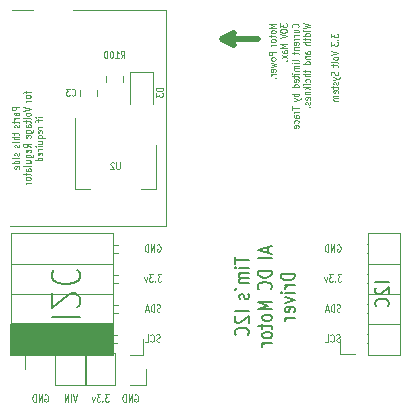
<source format=gbr>
G04 #@! TF.GenerationSoftware,KiCad,Pcbnew,(7.0.0)*
G04 #@! TF.CreationDate,2023-04-26T14:40:12+01:00*
G04 #@! TF.ProjectId,Tims_I2C_AI_DC_Motor_Driver 2P 2N,54696d73-5f49-4324-935f-41495f44435f,rev?*
G04 #@! TF.SameCoordinates,Original*
G04 #@! TF.FileFunction,Legend,Bot*
G04 #@! TF.FilePolarity,Positive*
%FSLAX46Y46*%
G04 Gerber Fmt 4.6, Leading zero omitted, Abs format (unit mm)*
G04 Created by KiCad (PCBNEW (7.0.0)) date 2023-04-26 14:40:12*
%MOMM*%
%LPD*%
G01*
G04 APERTURE LIST*
%ADD10C,0.100000*%
%ADD11C,0.500000*%
%ADD12C,0.200000*%
%ADD13C,0.150000*%
%ADD14C,0.120000*%
G04 APERTURE END LIST*
D10*
X145269000Y-93170000D02*
X145269000Y-111458000D01*
D11*
X149961000Y-95636000D02*
X150977000Y-95128000D01*
X149961000Y-95636000D02*
X150977000Y-96144000D01*
D10*
X137361000Y-93170000D02*
X145269000Y-93170000D01*
D11*
X149961000Y-95636000D02*
X153009000Y-95636000D01*
D10*
X132161000Y-93170000D02*
X133961000Y-93170000D01*
X145269000Y-111458000D02*
X132061000Y-111458000D01*
X134971952Y-125765000D02*
X135019571Y-125736428D01*
X135019571Y-125736428D02*
X135091000Y-125736428D01*
X135091000Y-125736428D02*
X135162428Y-125765000D01*
X135162428Y-125765000D02*
X135210047Y-125822142D01*
X135210047Y-125822142D02*
X135233857Y-125879285D01*
X135233857Y-125879285D02*
X135257666Y-125993571D01*
X135257666Y-125993571D02*
X135257666Y-126079285D01*
X135257666Y-126079285D02*
X135233857Y-126193571D01*
X135233857Y-126193571D02*
X135210047Y-126250714D01*
X135210047Y-126250714D02*
X135162428Y-126307857D01*
X135162428Y-126307857D02*
X135091000Y-126336428D01*
X135091000Y-126336428D02*
X135043381Y-126336428D01*
X135043381Y-126336428D02*
X134971952Y-126307857D01*
X134971952Y-126307857D02*
X134948143Y-126279285D01*
X134948143Y-126279285D02*
X134948143Y-126079285D01*
X134948143Y-126079285D02*
X135043381Y-126079285D01*
X134733857Y-126336428D02*
X134733857Y-125736428D01*
X134733857Y-125736428D02*
X134448143Y-126336428D01*
X134448143Y-126336428D02*
X134448143Y-125736428D01*
X134210047Y-126336428D02*
X134210047Y-125736428D01*
X134210047Y-125736428D02*
X134090999Y-125736428D01*
X134090999Y-125736428D02*
X134019571Y-125765000D01*
X134019571Y-125765000D02*
X133971952Y-125822142D01*
X133971952Y-125822142D02*
X133948142Y-125879285D01*
X133948142Y-125879285D02*
X133924333Y-125993571D01*
X133924333Y-125993571D02*
X133924333Y-126079285D01*
X133924333Y-126079285D02*
X133948142Y-126193571D01*
X133948142Y-126193571D02*
X133971952Y-126250714D01*
X133971952Y-126250714D02*
X134019571Y-126307857D01*
X134019571Y-126307857D02*
X134090999Y-126336428D01*
X134090999Y-126336428D02*
X134210047Y-126336428D01*
X140385284Y-125736428D02*
X140075760Y-125736428D01*
X140075760Y-125736428D02*
X140242427Y-125965000D01*
X140242427Y-125965000D02*
X140170998Y-125965000D01*
X140170998Y-125965000D02*
X140123379Y-125993571D01*
X140123379Y-125993571D02*
X140099570Y-126022142D01*
X140099570Y-126022142D02*
X140075760Y-126079285D01*
X140075760Y-126079285D02*
X140075760Y-126222142D01*
X140075760Y-126222142D02*
X140099570Y-126279285D01*
X140099570Y-126279285D02*
X140123379Y-126307857D01*
X140123379Y-126307857D02*
X140170998Y-126336428D01*
X140170998Y-126336428D02*
X140313855Y-126336428D01*
X140313855Y-126336428D02*
X140361474Y-126307857D01*
X140361474Y-126307857D02*
X140385284Y-126279285D01*
X139861475Y-126279285D02*
X139837665Y-126307857D01*
X139837665Y-126307857D02*
X139861475Y-126336428D01*
X139861475Y-126336428D02*
X139885284Y-126307857D01*
X139885284Y-126307857D02*
X139861475Y-126279285D01*
X139861475Y-126279285D02*
X139861475Y-126336428D01*
X139670999Y-125736428D02*
X139361475Y-125736428D01*
X139361475Y-125736428D02*
X139528142Y-125965000D01*
X139528142Y-125965000D02*
X139456713Y-125965000D01*
X139456713Y-125965000D02*
X139409094Y-125993571D01*
X139409094Y-125993571D02*
X139385285Y-126022142D01*
X139385285Y-126022142D02*
X139361475Y-126079285D01*
X139361475Y-126079285D02*
X139361475Y-126222142D01*
X139361475Y-126222142D02*
X139385285Y-126279285D01*
X139385285Y-126279285D02*
X139409094Y-126307857D01*
X139409094Y-126307857D02*
X139456713Y-126336428D01*
X139456713Y-126336428D02*
X139599570Y-126336428D01*
X139599570Y-126336428D02*
X139647189Y-126307857D01*
X139647189Y-126307857D02*
X139670999Y-126279285D01*
X139194809Y-125936428D02*
X139075761Y-126336428D01*
X139075761Y-126336428D02*
X138956714Y-125936428D01*
X137678618Y-125736428D02*
X137511952Y-126336428D01*
X137511952Y-126336428D02*
X137345285Y-125736428D01*
X137178619Y-126336428D02*
X137178619Y-125736428D01*
X136940524Y-126336428D02*
X136940524Y-125736428D01*
X136940524Y-125736428D02*
X136654810Y-126336428D01*
X136654810Y-126336428D02*
X136654810Y-125736428D01*
X142591952Y-125765000D02*
X142639571Y-125736428D01*
X142639571Y-125736428D02*
X142711000Y-125736428D01*
X142711000Y-125736428D02*
X142782428Y-125765000D01*
X142782428Y-125765000D02*
X142830047Y-125822142D01*
X142830047Y-125822142D02*
X142853857Y-125879285D01*
X142853857Y-125879285D02*
X142877666Y-125993571D01*
X142877666Y-125993571D02*
X142877666Y-126079285D01*
X142877666Y-126079285D02*
X142853857Y-126193571D01*
X142853857Y-126193571D02*
X142830047Y-126250714D01*
X142830047Y-126250714D02*
X142782428Y-126307857D01*
X142782428Y-126307857D02*
X142711000Y-126336428D01*
X142711000Y-126336428D02*
X142663381Y-126336428D01*
X142663381Y-126336428D02*
X142591952Y-126307857D01*
X142591952Y-126307857D02*
X142568143Y-126279285D01*
X142568143Y-126279285D02*
X142568143Y-126079285D01*
X142568143Y-126079285D02*
X142663381Y-126079285D01*
X142353857Y-126336428D02*
X142353857Y-125736428D01*
X142353857Y-125736428D02*
X142068143Y-126336428D01*
X142068143Y-126336428D02*
X142068143Y-125736428D01*
X141830047Y-126336428D02*
X141830047Y-125736428D01*
X141830047Y-125736428D02*
X141710999Y-125736428D01*
X141710999Y-125736428D02*
X141639571Y-125765000D01*
X141639571Y-125765000D02*
X141591952Y-125822142D01*
X141591952Y-125822142D02*
X141568142Y-125879285D01*
X141568142Y-125879285D02*
X141544333Y-125993571D01*
X141544333Y-125993571D02*
X141544333Y-126079285D01*
X141544333Y-126079285D02*
X141568142Y-126193571D01*
X141568142Y-126193571D02*
X141591952Y-126250714D01*
X141591952Y-126250714D02*
X141639571Y-126307857D01*
X141639571Y-126307857D02*
X141710999Y-126336428D01*
X141710999Y-126336428D02*
X141830047Y-126336428D01*
X134781428Y-102267429D02*
X134381428Y-102267429D01*
X134181428Y-102267429D02*
X134210000Y-102243620D01*
X134210000Y-102243620D02*
X134238571Y-102267429D01*
X134238571Y-102267429D02*
X134210000Y-102291239D01*
X134210000Y-102291239D02*
X134181428Y-102267429D01*
X134181428Y-102267429D02*
X134238571Y-102267429D01*
X134381428Y-102434096D02*
X134381428Y-102624572D01*
X134781428Y-102505524D02*
X134267142Y-102505524D01*
X134267142Y-102505524D02*
X134210000Y-102529334D01*
X134210000Y-102529334D02*
X134181428Y-102576953D01*
X134181428Y-102576953D02*
X134181428Y-102624572D01*
X134781428Y-103091238D02*
X134381428Y-103091238D01*
X134495714Y-103091238D02*
X134438571Y-103115048D01*
X134438571Y-103115048D02*
X134410000Y-103138857D01*
X134410000Y-103138857D02*
X134381428Y-103186476D01*
X134381428Y-103186476D02*
X134381428Y-103234095D01*
X134752857Y-103591238D02*
X134781428Y-103543619D01*
X134781428Y-103543619D02*
X134781428Y-103448381D01*
X134781428Y-103448381D02*
X134752857Y-103400762D01*
X134752857Y-103400762D02*
X134695714Y-103376953D01*
X134695714Y-103376953D02*
X134467142Y-103376953D01*
X134467142Y-103376953D02*
X134410000Y-103400762D01*
X134410000Y-103400762D02*
X134381428Y-103448381D01*
X134381428Y-103448381D02*
X134381428Y-103543619D01*
X134381428Y-103543619D02*
X134410000Y-103591238D01*
X134410000Y-103591238D02*
X134467142Y-103615048D01*
X134467142Y-103615048D02*
X134524285Y-103615048D01*
X134524285Y-103615048D02*
X134581428Y-103376953D01*
X134381428Y-104043619D02*
X134981428Y-104043619D01*
X134752857Y-104043619D02*
X134781428Y-103996000D01*
X134781428Y-103996000D02*
X134781428Y-103900762D01*
X134781428Y-103900762D02*
X134752857Y-103853143D01*
X134752857Y-103853143D02*
X134724285Y-103829333D01*
X134724285Y-103829333D02*
X134667142Y-103805524D01*
X134667142Y-103805524D02*
X134495714Y-103805524D01*
X134495714Y-103805524D02*
X134438571Y-103829333D01*
X134438571Y-103829333D02*
X134410000Y-103853143D01*
X134410000Y-103853143D02*
X134381428Y-103900762D01*
X134381428Y-103900762D02*
X134381428Y-103996000D01*
X134381428Y-103996000D02*
X134410000Y-104043619D01*
X134381428Y-104496000D02*
X134781428Y-104496000D01*
X134381428Y-104281714D02*
X134695714Y-104281714D01*
X134695714Y-104281714D02*
X134752857Y-104305524D01*
X134752857Y-104305524D02*
X134781428Y-104353143D01*
X134781428Y-104353143D02*
X134781428Y-104424571D01*
X134781428Y-104424571D02*
X134752857Y-104472190D01*
X134752857Y-104472190D02*
X134724285Y-104496000D01*
X134781428Y-104734095D02*
X134381428Y-104734095D01*
X134181428Y-104734095D02*
X134210000Y-104710286D01*
X134210000Y-104710286D02*
X134238571Y-104734095D01*
X134238571Y-104734095D02*
X134210000Y-104757905D01*
X134210000Y-104757905D02*
X134181428Y-104734095D01*
X134181428Y-104734095D02*
X134238571Y-104734095D01*
X134781428Y-104972190D02*
X134381428Y-104972190D01*
X134495714Y-104972190D02*
X134438571Y-104996000D01*
X134438571Y-104996000D02*
X134410000Y-105019809D01*
X134410000Y-105019809D02*
X134381428Y-105067428D01*
X134381428Y-105067428D02*
X134381428Y-105115047D01*
X134752857Y-105472190D02*
X134781428Y-105424571D01*
X134781428Y-105424571D02*
X134781428Y-105329333D01*
X134781428Y-105329333D02*
X134752857Y-105281714D01*
X134752857Y-105281714D02*
X134695714Y-105257905D01*
X134695714Y-105257905D02*
X134467142Y-105257905D01*
X134467142Y-105257905D02*
X134410000Y-105281714D01*
X134410000Y-105281714D02*
X134381428Y-105329333D01*
X134381428Y-105329333D02*
X134381428Y-105424571D01*
X134381428Y-105424571D02*
X134410000Y-105472190D01*
X134410000Y-105472190D02*
X134467142Y-105496000D01*
X134467142Y-105496000D02*
X134524285Y-105496000D01*
X134524285Y-105496000D02*
X134581428Y-105257905D01*
X134781428Y-105924571D02*
X134181428Y-105924571D01*
X134752857Y-105924571D02*
X134781428Y-105876952D01*
X134781428Y-105876952D02*
X134781428Y-105781714D01*
X134781428Y-105781714D02*
X134752857Y-105734095D01*
X134752857Y-105734095D02*
X134724285Y-105710285D01*
X134724285Y-105710285D02*
X134667142Y-105686476D01*
X134667142Y-105686476D02*
X134495714Y-105686476D01*
X134495714Y-105686476D02*
X134438571Y-105710285D01*
X134438571Y-105710285D02*
X134410000Y-105734095D01*
X134410000Y-105734095D02*
X134381428Y-105781714D01*
X134381428Y-105781714D02*
X134381428Y-105876952D01*
X134381428Y-105876952D02*
X134410000Y-105924571D01*
X144723141Y-118687857D02*
X144651713Y-118716428D01*
X144651713Y-118716428D02*
X144532665Y-118716428D01*
X144532665Y-118716428D02*
X144485046Y-118687857D01*
X144485046Y-118687857D02*
X144461237Y-118659285D01*
X144461237Y-118659285D02*
X144437427Y-118602142D01*
X144437427Y-118602142D02*
X144437427Y-118545000D01*
X144437427Y-118545000D02*
X144461237Y-118487857D01*
X144461237Y-118487857D02*
X144485046Y-118459285D01*
X144485046Y-118459285D02*
X144532665Y-118430714D01*
X144532665Y-118430714D02*
X144627903Y-118402142D01*
X144627903Y-118402142D02*
X144675522Y-118373571D01*
X144675522Y-118373571D02*
X144699332Y-118345000D01*
X144699332Y-118345000D02*
X144723141Y-118287857D01*
X144723141Y-118287857D02*
X144723141Y-118230714D01*
X144723141Y-118230714D02*
X144699332Y-118173571D01*
X144699332Y-118173571D02*
X144675522Y-118145000D01*
X144675522Y-118145000D02*
X144627903Y-118116428D01*
X144627903Y-118116428D02*
X144508856Y-118116428D01*
X144508856Y-118116428D02*
X144437427Y-118145000D01*
X144223142Y-118716428D02*
X144223142Y-118116428D01*
X144223142Y-118116428D02*
X144104094Y-118116428D01*
X144104094Y-118116428D02*
X144032666Y-118145000D01*
X144032666Y-118145000D02*
X143985047Y-118202142D01*
X143985047Y-118202142D02*
X143961237Y-118259285D01*
X143961237Y-118259285D02*
X143937428Y-118373571D01*
X143937428Y-118373571D02*
X143937428Y-118459285D01*
X143937428Y-118459285D02*
X143961237Y-118573571D01*
X143961237Y-118573571D02*
X143985047Y-118630714D01*
X143985047Y-118630714D02*
X144032666Y-118687857D01*
X144032666Y-118687857D02*
X144104094Y-118716428D01*
X144104094Y-118716428D02*
X144223142Y-118716428D01*
X143746951Y-118545000D02*
X143508856Y-118545000D01*
X143794570Y-118716428D02*
X143627904Y-118116428D01*
X143627904Y-118116428D02*
X143461237Y-118716428D01*
X154523428Y-94355047D02*
X153923428Y-94355047D01*
X153923428Y-94355047D02*
X154352000Y-94521714D01*
X154352000Y-94521714D02*
X153923428Y-94688380D01*
X153923428Y-94688380D02*
X154523428Y-94688380D01*
X154523428Y-94997905D02*
X154494857Y-94950286D01*
X154494857Y-94950286D02*
X154466285Y-94926476D01*
X154466285Y-94926476D02*
X154409142Y-94902667D01*
X154409142Y-94902667D02*
X154237714Y-94902667D01*
X154237714Y-94902667D02*
X154180571Y-94926476D01*
X154180571Y-94926476D02*
X154152000Y-94950286D01*
X154152000Y-94950286D02*
X154123428Y-94997905D01*
X154123428Y-94997905D02*
X154123428Y-95069333D01*
X154123428Y-95069333D02*
X154152000Y-95116952D01*
X154152000Y-95116952D02*
X154180571Y-95140762D01*
X154180571Y-95140762D02*
X154237714Y-95164571D01*
X154237714Y-95164571D02*
X154409142Y-95164571D01*
X154409142Y-95164571D02*
X154466285Y-95140762D01*
X154466285Y-95140762D02*
X154494857Y-95116952D01*
X154494857Y-95116952D02*
X154523428Y-95069333D01*
X154523428Y-95069333D02*
X154523428Y-94997905D01*
X154123428Y-95307429D02*
X154123428Y-95497905D01*
X153923428Y-95378857D02*
X154437714Y-95378857D01*
X154437714Y-95378857D02*
X154494857Y-95402667D01*
X154494857Y-95402667D02*
X154523428Y-95450286D01*
X154523428Y-95450286D02*
X154523428Y-95497905D01*
X154523428Y-95736000D02*
X154494857Y-95688381D01*
X154494857Y-95688381D02*
X154466285Y-95664571D01*
X154466285Y-95664571D02*
X154409142Y-95640762D01*
X154409142Y-95640762D02*
X154237714Y-95640762D01*
X154237714Y-95640762D02*
X154180571Y-95664571D01*
X154180571Y-95664571D02*
X154152000Y-95688381D01*
X154152000Y-95688381D02*
X154123428Y-95736000D01*
X154123428Y-95736000D02*
X154123428Y-95807428D01*
X154123428Y-95807428D02*
X154152000Y-95855047D01*
X154152000Y-95855047D02*
X154180571Y-95878857D01*
X154180571Y-95878857D02*
X154237714Y-95902666D01*
X154237714Y-95902666D02*
X154409142Y-95902666D01*
X154409142Y-95902666D02*
X154466285Y-95878857D01*
X154466285Y-95878857D02*
X154494857Y-95855047D01*
X154494857Y-95855047D02*
X154523428Y-95807428D01*
X154523428Y-95807428D02*
X154523428Y-95736000D01*
X154523428Y-96116952D02*
X154123428Y-96116952D01*
X154237714Y-96116952D02*
X154180571Y-96140762D01*
X154180571Y-96140762D02*
X154152000Y-96164571D01*
X154152000Y-96164571D02*
X154123428Y-96212190D01*
X154123428Y-96212190D02*
X154123428Y-96259809D01*
X154523428Y-96726476D02*
X153923428Y-96726476D01*
X153923428Y-96726476D02*
X153923428Y-96916952D01*
X153923428Y-96916952D02*
X153952000Y-96964571D01*
X153952000Y-96964571D02*
X153980571Y-96988381D01*
X153980571Y-96988381D02*
X154037714Y-97012190D01*
X154037714Y-97012190D02*
X154123428Y-97012190D01*
X154123428Y-97012190D02*
X154180571Y-96988381D01*
X154180571Y-96988381D02*
X154209142Y-96964571D01*
X154209142Y-96964571D02*
X154237714Y-96916952D01*
X154237714Y-96916952D02*
X154237714Y-96726476D01*
X154523428Y-97297905D02*
X154494857Y-97250286D01*
X154494857Y-97250286D02*
X154466285Y-97226476D01*
X154466285Y-97226476D02*
X154409142Y-97202667D01*
X154409142Y-97202667D02*
X154237714Y-97202667D01*
X154237714Y-97202667D02*
X154180571Y-97226476D01*
X154180571Y-97226476D02*
X154152000Y-97250286D01*
X154152000Y-97250286D02*
X154123428Y-97297905D01*
X154123428Y-97297905D02*
X154123428Y-97369333D01*
X154123428Y-97369333D02*
X154152000Y-97416952D01*
X154152000Y-97416952D02*
X154180571Y-97440762D01*
X154180571Y-97440762D02*
X154237714Y-97464571D01*
X154237714Y-97464571D02*
X154409142Y-97464571D01*
X154409142Y-97464571D02*
X154466285Y-97440762D01*
X154466285Y-97440762D02*
X154494857Y-97416952D01*
X154494857Y-97416952D02*
X154523428Y-97369333D01*
X154523428Y-97369333D02*
X154523428Y-97297905D01*
X154123428Y-97631238D02*
X154523428Y-97726476D01*
X154523428Y-97726476D02*
X154237714Y-97821714D01*
X154237714Y-97821714D02*
X154523428Y-97916952D01*
X154523428Y-97916952D02*
X154123428Y-98012190D01*
X154494857Y-98393143D02*
X154523428Y-98345524D01*
X154523428Y-98345524D02*
X154523428Y-98250286D01*
X154523428Y-98250286D02*
X154494857Y-98202667D01*
X154494857Y-98202667D02*
X154437714Y-98178858D01*
X154437714Y-98178858D02*
X154209142Y-98178858D01*
X154209142Y-98178858D02*
X154152000Y-98202667D01*
X154152000Y-98202667D02*
X154123428Y-98250286D01*
X154123428Y-98250286D02*
X154123428Y-98345524D01*
X154123428Y-98345524D02*
X154152000Y-98393143D01*
X154152000Y-98393143D02*
X154209142Y-98416953D01*
X154209142Y-98416953D02*
X154266285Y-98416953D01*
X154266285Y-98416953D02*
X154323428Y-98178858D01*
X154523428Y-98631238D02*
X154123428Y-98631238D01*
X154237714Y-98631238D02*
X154180571Y-98655048D01*
X154180571Y-98655048D02*
X154152000Y-98678857D01*
X154152000Y-98678857D02*
X154123428Y-98726476D01*
X154123428Y-98726476D02*
X154123428Y-98774095D01*
X154466285Y-98940762D02*
X154494857Y-98964572D01*
X154494857Y-98964572D02*
X154523428Y-98940762D01*
X154523428Y-98940762D02*
X154494857Y-98916953D01*
X154494857Y-98916953D02*
X154466285Y-98940762D01*
X154466285Y-98940762D02*
X154523428Y-98940762D01*
X154895428Y-94307428D02*
X154895428Y-94616952D01*
X154895428Y-94616952D02*
X155124000Y-94450285D01*
X155124000Y-94450285D02*
X155124000Y-94521714D01*
X155124000Y-94521714D02*
X155152571Y-94569333D01*
X155152571Y-94569333D02*
X155181142Y-94593142D01*
X155181142Y-94593142D02*
X155238285Y-94616952D01*
X155238285Y-94616952D02*
X155381142Y-94616952D01*
X155381142Y-94616952D02*
X155438285Y-94593142D01*
X155438285Y-94593142D02*
X155466857Y-94569333D01*
X155466857Y-94569333D02*
X155495428Y-94521714D01*
X155495428Y-94521714D02*
X155495428Y-94378857D01*
X155495428Y-94378857D02*
X155466857Y-94331238D01*
X155466857Y-94331238D02*
X155438285Y-94307428D01*
X154895428Y-94926475D02*
X154895428Y-94974094D01*
X154895428Y-94974094D02*
X154924000Y-95021713D01*
X154924000Y-95021713D02*
X154952571Y-95045523D01*
X154952571Y-95045523D02*
X155009714Y-95069332D01*
X155009714Y-95069332D02*
X155124000Y-95093142D01*
X155124000Y-95093142D02*
X155266857Y-95093142D01*
X155266857Y-95093142D02*
X155381142Y-95069332D01*
X155381142Y-95069332D02*
X155438285Y-95045523D01*
X155438285Y-95045523D02*
X155466857Y-95021713D01*
X155466857Y-95021713D02*
X155495428Y-94974094D01*
X155495428Y-94974094D02*
X155495428Y-94926475D01*
X155495428Y-94926475D02*
X155466857Y-94878856D01*
X155466857Y-94878856D02*
X155438285Y-94855047D01*
X155438285Y-94855047D02*
X155381142Y-94831237D01*
X155381142Y-94831237D02*
X155266857Y-94807428D01*
X155266857Y-94807428D02*
X155124000Y-94807428D01*
X155124000Y-94807428D02*
X155009714Y-94831237D01*
X155009714Y-94831237D02*
X154952571Y-94855047D01*
X154952571Y-94855047D02*
X154924000Y-94878856D01*
X154924000Y-94878856D02*
X154895428Y-94926475D01*
X154895428Y-95235999D02*
X155495428Y-95402665D01*
X155495428Y-95402665D02*
X154895428Y-95569332D01*
X155495428Y-96035998D02*
X154895428Y-96035998D01*
X154895428Y-96035998D02*
X155324000Y-96202665D01*
X155324000Y-96202665D02*
X154895428Y-96369331D01*
X154895428Y-96369331D02*
X155495428Y-96369331D01*
X155495428Y-96821713D02*
X155181142Y-96821713D01*
X155181142Y-96821713D02*
X155124000Y-96797903D01*
X155124000Y-96797903D02*
X155095428Y-96750284D01*
X155095428Y-96750284D02*
X155095428Y-96655046D01*
X155095428Y-96655046D02*
X155124000Y-96607427D01*
X155466857Y-96821713D02*
X155495428Y-96774094D01*
X155495428Y-96774094D02*
X155495428Y-96655046D01*
X155495428Y-96655046D02*
X155466857Y-96607427D01*
X155466857Y-96607427D02*
X155409714Y-96583618D01*
X155409714Y-96583618D02*
X155352571Y-96583618D01*
X155352571Y-96583618D02*
X155295428Y-96607427D01*
X155295428Y-96607427D02*
X155266857Y-96655046D01*
X155266857Y-96655046D02*
X155266857Y-96774094D01*
X155266857Y-96774094D02*
X155238285Y-96821713D01*
X155495428Y-97012189D02*
X155095428Y-97274094D01*
X155095428Y-97012189D02*
X155495428Y-97274094D01*
X155438285Y-97464570D02*
X155466857Y-97488380D01*
X155466857Y-97488380D02*
X155495428Y-97464570D01*
X155495428Y-97464570D02*
X155466857Y-97440761D01*
X155466857Y-97440761D02*
X155438285Y-97464570D01*
X155438285Y-97464570D02*
X155495428Y-97464570D01*
X156410285Y-94640761D02*
X156438857Y-94616952D01*
X156438857Y-94616952D02*
X156467428Y-94545523D01*
X156467428Y-94545523D02*
X156467428Y-94497904D01*
X156467428Y-94497904D02*
X156438857Y-94426476D01*
X156438857Y-94426476D02*
X156381714Y-94378857D01*
X156381714Y-94378857D02*
X156324571Y-94355047D01*
X156324571Y-94355047D02*
X156210285Y-94331238D01*
X156210285Y-94331238D02*
X156124571Y-94331238D01*
X156124571Y-94331238D02*
X156010285Y-94355047D01*
X156010285Y-94355047D02*
X155953142Y-94378857D01*
X155953142Y-94378857D02*
X155896000Y-94426476D01*
X155896000Y-94426476D02*
X155867428Y-94497904D01*
X155867428Y-94497904D02*
X155867428Y-94545523D01*
X155867428Y-94545523D02*
X155896000Y-94616952D01*
X155896000Y-94616952D02*
X155924571Y-94640761D01*
X156067428Y-95069333D02*
X156467428Y-95069333D01*
X156067428Y-94855047D02*
X156381714Y-94855047D01*
X156381714Y-94855047D02*
X156438857Y-94878857D01*
X156438857Y-94878857D02*
X156467428Y-94926476D01*
X156467428Y-94926476D02*
X156467428Y-94997904D01*
X156467428Y-94997904D02*
X156438857Y-95045523D01*
X156438857Y-95045523D02*
X156410285Y-95069333D01*
X156467428Y-95307428D02*
X156067428Y-95307428D01*
X156181714Y-95307428D02*
X156124571Y-95331238D01*
X156124571Y-95331238D02*
X156096000Y-95355047D01*
X156096000Y-95355047D02*
X156067428Y-95402666D01*
X156067428Y-95402666D02*
X156067428Y-95450285D01*
X156467428Y-95616952D02*
X156067428Y-95616952D01*
X156181714Y-95616952D02*
X156124571Y-95640762D01*
X156124571Y-95640762D02*
X156096000Y-95664571D01*
X156096000Y-95664571D02*
X156067428Y-95712190D01*
X156067428Y-95712190D02*
X156067428Y-95759809D01*
X156438857Y-96116952D02*
X156467428Y-96069333D01*
X156467428Y-96069333D02*
X156467428Y-95974095D01*
X156467428Y-95974095D02*
X156438857Y-95926476D01*
X156438857Y-95926476D02*
X156381714Y-95902667D01*
X156381714Y-95902667D02*
X156153142Y-95902667D01*
X156153142Y-95902667D02*
X156096000Y-95926476D01*
X156096000Y-95926476D02*
X156067428Y-95974095D01*
X156067428Y-95974095D02*
X156067428Y-96069333D01*
X156067428Y-96069333D02*
X156096000Y-96116952D01*
X156096000Y-96116952D02*
X156153142Y-96140762D01*
X156153142Y-96140762D02*
X156210285Y-96140762D01*
X156210285Y-96140762D02*
X156267428Y-95902667D01*
X156067428Y-96355047D02*
X156467428Y-96355047D01*
X156124571Y-96355047D02*
X156096000Y-96378857D01*
X156096000Y-96378857D02*
X156067428Y-96426476D01*
X156067428Y-96426476D02*
X156067428Y-96497904D01*
X156067428Y-96497904D02*
X156096000Y-96545523D01*
X156096000Y-96545523D02*
X156153142Y-96569333D01*
X156153142Y-96569333D02*
X156467428Y-96569333D01*
X156067428Y-96736000D02*
X156067428Y-96926476D01*
X155867428Y-96807428D02*
X156381714Y-96807428D01*
X156381714Y-96807428D02*
X156438857Y-96831238D01*
X156438857Y-96831238D02*
X156467428Y-96878857D01*
X156467428Y-96878857D02*
X156467428Y-96926476D01*
X156467428Y-97464571D02*
X156438857Y-97416952D01*
X156438857Y-97416952D02*
X156381714Y-97393142D01*
X156381714Y-97393142D02*
X155867428Y-97393142D01*
X156467428Y-97655047D02*
X156067428Y-97655047D01*
X155867428Y-97655047D02*
X155896000Y-97631238D01*
X155896000Y-97631238D02*
X155924571Y-97655047D01*
X155924571Y-97655047D02*
X155896000Y-97678857D01*
X155896000Y-97678857D02*
X155867428Y-97655047D01*
X155867428Y-97655047D02*
X155924571Y-97655047D01*
X156467428Y-97893142D02*
X156067428Y-97893142D01*
X156124571Y-97893142D02*
X156096000Y-97916952D01*
X156096000Y-97916952D02*
X156067428Y-97964571D01*
X156067428Y-97964571D02*
X156067428Y-98035999D01*
X156067428Y-98035999D02*
X156096000Y-98083618D01*
X156096000Y-98083618D02*
X156153142Y-98107428D01*
X156153142Y-98107428D02*
X156467428Y-98107428D01*
X156153142Y-98107428D02*
X156096000Y-98131237D01*
X156096000Y-98131237D02*
X156067428Y-98178856D01*
X156067428Y-98178856D02*
X156067428Y-98250285D01*
X156067428Y-98250285D02*
X156096000Y-98297904D01*
X156096000Y-98297904D02*
X156153142Y-98321714D01*
X156153142Y-98321714D02*
X156467428Y-98321714D01*
X156467428Y-98559809D02*
X156067428Y-98559809D01*
X155867428Y-98559809D02*
X155896000Y-98536000D01*
X155896000Y-98536000D02*
X155924571Y-98559809D01*
X155924571Y-98559809D02*
X155896000Y-98583619D01*
X155896000Y-98583619D02*
X155867428Y-98559809D01*
X155867428Y-98559809D02*
X155924571Y-98559809D01*
X156067428Y-98726476D02*
X156067428Y-98916952D01*
X155867428Y-98797904D02*
X156381714Y-98797904D01*
X156381714Y-98797904D02*
X156438857Y-98821714D01*
X156438857Y-98821714D02*
X156467428Y-98869333D01*
X156467428Y-98869333D02*
X156467428Y-98916952D01*
X156438857Y-99274094D02*
X156467428Y-99226475D01*
X156467428Y-99226475D02*
X156467428Y-99131237D01*
X156467428Y-99131237D02*
X156438857Y-99083618D01*
X156438857Y-99083618D02*
X156381714Y-99059809D01*
X156381714Y-99059809D02*
X156153142Y-99059809D01*
X156153142Y-99059809D02*
X156096000Y-99083618D01*
X156096000Y-99083618D02*
X156067428Y-99131237D01*
X156067428Y-99131237D02*
X156067428Y-99226475D01*
X156067428Y-99226475D02*
X156096000Y-99274094D01*
X156096000Y-99274094D02*
X156153142Y-99297904D01*
X156153142Y-99297904D02*
X156210285Y-99297904D01*
X156210285Y-99297904D02*
X156267428Y-99059809D01*
X156467428Y-99726475D02*
X155867428Y-99726475D01*
X156438857Y-99726475D02*
X156467428Y-99678856D01*
X156467428Y-99678856D02*
X156467428Y-99583618D01*
X156467428Y-99583618D02*
X156438857Y-99535999D01*
X156438857Y-99535999D02*
X156410285Y-99512189D01*
X156410285Y-99512189D02*
X156353142Y-99488380D01*
X156353142Y-99488380D02*
X156181714Y-99488380D01*
X156181714Y-99488380D02*
X156124571Y-99512189D01*
X156124571Y-99512189D02*
X156096000Y-99535999D01*
X156096000Y-99535999D02*
X156067428Y-99583618D01*
X156067428Y-99583618D02*
X156067428Y-99678856D01*
X156067428Y-99678856D02*
X156096000Y-99726475D01*
X156467428Y-100264570D02*
X155867428Y-100264570D01*
X156096000Y-100264570D02*
X156067428Y-100312189D01*
X156067428Y-100312189D02*
X156067428Y-100407427D01*
X156067428Y-100407427D02*
X156096000Y-100455046D01*
X156096000Y-100455046D02*
X156124571Y-100478856D01*
X156124571Y-100478856D02*
X156181714Y-100502665D01*
X156181714Y-100502665D02*
X156353142Y-100502665D01*
X156353142Y-100502665D02*
X156410285Y-100478856D01*
X156410285Y-100478856D02*
X156438857Y-100455046D01*
X156438857Y-100455046D02*
X156467428Y-100407427D01*
X156467428Y-100407427D02*
X156467428Y-100312189D01*
X156467428Y-100312189D02*
X156438857Y-100264570D01*
X156067428Y-100669332D02*
X156467428Y-100788380D01*
X156067428Y-100907427D02*
X156467428Y-100788380D01*
X156467428Y-100788380D02*
X156610285Y-100740761D01*
X156610285Y-100740761D02*
X156638857Y-100716951D01*
X156638857Y-100716951D02*
X156667428Y-100669332D01*
X155867428Y-101326475D02*
X155867428Y-101612189D01*
X156467428Y-101469332D02*
X155867428Y-101469332D01*
X156467428Y-101778855D02*
X156067428Y-101778855D01*
X156181714Y-101778855D02*
X156124571Y-101802665D01*
X156124571Y-101802665D02*
X156096000Y-101826474D01*
X156096000Y-101826474D02*
X156067428Y-101874093D01*
X156067428Y-101874093D02*
X156067428Y-101921712D01*
X156467428Y-102302665D02*
X156153142Y-102302665D01*
X156153142Y-102302665D02*
X156096000Y-102278855D01*
X156096000Y-102278855D02*
X156067428Y-102231236D01*
X156067428Y-102231236D02*
X156067428Y-102135998D01*
X156067428Y-102135998D02*
X156096000Y-102088379D01*
X156438857Y-102302665D02*
X156467428Y-102255046D01*
X156467428Y-102255046D02*
X156467428Y-102135998D01*
X156467428Y-102135998D02*
X156438857Y-102088379D01*
X156438857Y-102088379D02*
X156381714Y-102064570D01*
X156381714Y-102064570D02*
X156324571Y-102064570D01*
X156324571Y-102064570D02*
X156267428Y-102088379D01*
X156267428Y-102088379D02*
X156238857Y-102135998D01*
X156238857Y-102135998D02*
X156238857Y-102255046D01*
X156238857Y-102255046D02*
X156210285Y-102302665D01*
X156438857Y-102755046D02*
X156467428Y-102707427D01*
X156467428Y-102707427D02*
X156467428Y-102612189D01*
X156467428Y-102612189D02*
X156438857Y-102564570D01*
X156438857Y-102564570D02*
X156410285Y-102540760D01*
X156410285Y-102540760D02*
X156353142Y-102516951D01*
X156353142Y-102516951D02*
X156181714Y-102516951D01*
X156181714Y-102516951D02*
X156124571Y-102540760D01*
X156124571Y-102540760D02*
X156096000Y-102564570D01*
X156096000Y-102564570D02*
X156067428Y-102612189D01*
X156067428Y-102612189D02*
X156067428Y-102707427D01*
X156067428Y-102707427D02*
X156096000Y-102755046D01*
X156438857Y-103159807D02*
X156467428Y-103112188D01*
X156467428Y-103112188D02*
X156467428Y-103016950D01*
X156467428Y-103016950D02*
X156438857Y-102969331D01*
X156438857Y-102969331D02*
X156381714Y-102945522D01*
X156381714Y-102945522D02*
X156153142Y-102945522D01*
X156153142Y-102945522D02*
X156096000Y-102969331D01*
X156096000Y-102969331D02*
X156067428Y-103016950D01*
X156067428Y-103016950D02*
X156067428Y-103112188D01*
X156067428Y-103112188D02*
X156096000Y-103159807D01*
X156096000Y-103159807D02*
X156153142Y-103183617D01*
X156153142Y-103183617D02*
X156210285Y-103183617D01*
X156210285Y-103183617D02*
X156267428Y-102945522D01*
X156839428Y-94307428D02*
X157439428Y-94426476D01*
X157439428Y-94426476D02*
X157010857Y-94521714D01*
X157010857Y-94521714D02*
X157439428Y-94616952D01*
X157439428Y-94616952D02*
X156839428Y-94736000D01*
X157439428Y-94926476D02*
X157039428Y-94926476D01*
X156839428Y-94926476D02*
X156868000Y-94902667D01*
X156868000Y-94902667D02*
X156896571Y-94926476D01*
X156896571Y-94926476D02*
X156868000Y-94950286D01*
X156868000Y-94950286D02*
X156839428Y-94926476D01*
X156839428Y-94926476D02*
X156896571Y-94926476D01*
X157439428Y-95378857D02*
X156839428Y-95378857D01*
X157410857Y-95378857D02*
X157439428Y-95331238D01*
X157439428Y-95331238D02*
X157439428Y-95236000D01*
X157439428Y-95236000D02*
X157410857Y-95188381D01*
X157410857Y-95188381D02*
X157382285Y-95164571D01*
X157382285Y-95164571D02*
X157325142Y-95140762D01*
X157325142Y-95140762D02*
X157153714Y-95140762D01*
X157153714Y-95140762D02*
X157096571Y-95164571D01*
X157096571Y-95164571D02*
X157068000Y-95188381D01*
X157068000Y-95188381D02*
X157039428Y-95236000D01*
X157039428Y-95236000D02*
X157039428Y-95331238D01*
X157039428Y-95331238D02*
X157068000Y-95378857D01*
X157039428Y-95545524D02*
X157039428Y-95736000D01*
X156839428Y-95616952D02*
X157353714Y-95616952D01*
X157353714Y-95616952D02*
X157410857Y-95640762D01*
X157410857Y-95640762D02*
X157439428Y-95688381D01*
X157439428Y-95688381D02*
X157439428Y-95736000D01*
X157439428Y-95902666D02*
X156839428Y-95902666D01*
X157439428Y-96116952D02*
X157125142Y-96116952D01*
X157125142Y-96116952D02*
X157068000Y-96093142D01*
X157068000Y-96093142D02*
X157039428Y-96045523D01*
X157039428Y-96045523D02*
X157039428Y-95974095D01*
X157039428Y-95974095D02*
X157068000Y-95926476D01*
X157068000Y-95926476D02*
X157096571Y-95902666D01*
X157439428Y-96869333D02*
X157125142Y-96869333D01*
X157125142Y-96869333D02*
X157068000Y-96845523D01*
X157068000Y-96845523D02*
X157039428Y-96797904D01*
X157039428Y-96797904D02*
X157039428Y-96702666D01*
X157039428Y-96702666D02*
X157068000Y-96655047D01*
X157410857Y-96869333D02*
X157439428Y-96821714D01*
X157439428Y-96821714D02*
X157439428Y-96702666D01*
X157439428Y-96702666D02*
X157410857Y-96655047D01*
X157410857Y-96655047D02*
X157353714Y-96631238D01*
X157353714Y-96631238D02*
X157296571Y-96631238D01*
X157296571Y-96631238D02*
X157239428Y-96655047D01*
X157239428Y-96655047D02*
X157210857Y-96702666D01*
X157210857Y-96702666D02*
X157210857Y-96821714D01*
X157210857Y-96821714D02*
X157182285Y-96869333D01*
X157039428Y-97107428D02*
X157439428Y-97107428D01*
X157096571Y-97107428D02*
X157068000Y-97131238D01*
X157068000Y-97131238D02*
X157039428Y-97178857D01*
X157039428Y-97178857D02*
X157039428Y-97250285D01*
X157039428Y-97250285D02*
X157068000Y-97297904D01*
X157068000Y-97297904D02*
X157125142Y-97321714D01*
X157125142Y-97321714D02*
X157439428Y-97321714D01*
X157439428Y-97774095D02*
X156839428Y-97774095D01*
X157410857Y-97774095D02*
X157439428Y-97726476D01*
X157439428Y-97726476D02*
X157439428Y-97631238D01*
X157439428Y-97631238D02*
X157410857Y-97583619D01*
X157410857Y-97583619D02*
X157382285Y-97559809D01*
X157382285Y-97559809D02*
X157325142Y-97536000D01*
X157325142Y-97536000D02*
X157153714Y-97536000D01*
X157153714Y-97536000D02*
X157096571Y-97559809D01*
X157096571Y-97559809D02*
X157068000Y-97583619D01*
X157068000Y-97583619D02*
X157039428Y-97631238D01*
X157039428Y-97631238D02*
X157039428Y-97726476D01*
X157039428Y-97726476D02*
X157068000Y-97774095D01*
X157039428Y-98240762D02*
X157039428Y-98431238D01*
X156839428Y-98312190D02*
X157353714Y-98312190D01*
X157353714Y-98312190D02*
X157410857Y-98336000D01*
X157410857Y-98336000D02*
X157439428Y-98383619D01*
X157439428Y-98383619D02*
X157439428Y-98431238D01*
X157439428Y-98597904D02*
X156839428Y-98597904D01*
X157439428Y-98812190D02*
X157125142Y-98812190D01*
X157125142Y-98812190D02*
X157068000Y-98788380D01*
X157068000Y-98788380D02*
X157039428Y-98740761D01*
X157039428Y-98740761D02*
X157039428Y-98669333D01*
X157039428Y-98669333D02*
X157068000Y-98621714D01*
X157068000Y-98621714D02*
X157096571Y-98597904D01*
X157410857Y-99264571D02*
X157439428Y-99216952D01*
X157439428Y-99216952D02*
X157439428Y-99121714D01*
X157439428Y-99121714D02*
X157410857Y-99074095D01*
X157410857Y-99074095D02*
X157382285Y-99050285D01*
X157382285Y-99050285D02*
X157325142Y-99026476D01*
X157325142Y-99026476D02*
X157153714Y-99026476D01*
X157153714Y-99026476D02*
X157096571Y-99050285D01*
X157096571Y-99050285D02*
X157068000Y-99074095D01*
X157068000Y-99074095D02*
X157039428Y-99121714D01*
X157039428Y-99121714D02*
X157039428Y-99216952D01*
X157039428Y-99216952D02*
X157068000Y-99264571D01*
X157439428Y-99478856D02*
X157039428Y-99478856D01*
X156839428Y-99478856D02*
X156868000Y-99455047D01*
X156868000Y-99455047D02*
X156896571Y-99478856D01*
X156896571Y-99478856D02*
X156868000Y-99502666D01*
X156868000Y-99502666D02*
X156839428Y-99478856D01*
X156839428Y-99478856D02*
X156896571Y-99478856D01*
X157439428Y-99716951D02*
X156839428Y-99716951D01*
X157210857Y-99764570D02*
X157439428Y-99907427D01*
X157039428Y-99907427D02*
X157268000Y-99716951D01*
X157039428Y-100121713D02*
X157439428Y-100121713D01*
X157096571Y-100121713D02*
X157068000Y-100145523D01*
X157068000Y-100145523D02*
X157039428Y-100193142D01*
X157039428Y-100193142D02*
X157039428Y-100264570D01*
X157039428Y-100264570D02*
X157068000Y-100312189D01*
X157068000Y-100312189D02*
X157125142Y-100335999D01*
X157125142Y-100335999D02*
X157439428Y-100335999D01*
X157410857Y-100764570D02*
X157439428Y-100716951D01*
X157439428Y-100716951D02*
X157439428Y-100621713D01*
X157439428Y-100621713D02*
X157410857Y-100574094D01*
X157410857Y-100574094D02*
X157353714Y-100550285D01*
X157353714Y-100550285D02*
X157125142Y-100550285D01*
X157125142Y-100550285D02*
X157068000Y-100574094D01*
X157068000Y-100574094D02*
X157039428Y-100621713D01*
X157039428Y-100621713D02*
X157039428Y-100716951D01*
X157039428Y-100716951D02*
X157068000Y-100764570D01*
X157068000Y-100764570D02*
X157125142Y-100788380D01*
X157125142Y-100788380D02*
X157182285Y-100788380D01*
X157182285Y-100788380D02*
X157239428Y-100550285D01*
X157410857Y-100978856D02*
X157439428Y-101026475D01*
X157439428Y-101026475D02*
X157439428Y-101121713D01*
X157439428Y-101121713D02*
X157410857Y-101169332D01*
X157410857Y-101169332D02*
X157353714Y-101193141D01*
X157353714Y-101193141D02*
X157325142Y-101193141D01*
X157325142Y-101193141D02*
X157268000Y-101169332D01*
X157268000Y-101169332D02*
X157239428Y-101121713D01*
X157239428Y-101121713D02*
X157239428Y-101050284D01*
X157239428Y-101050284D02*
X157210857Y-101002665D01*
X157210857Y-101002665D02*
X157153714Y-100978856D01*
X157153714Y-100978856D02*
X157125142Y-100978856D01*
X157125142Y-100978856D02*
X157068000Y-101002665D01*
X157068000Y-101002665D02*
X157039428Y-101050284D01*
X157039428Y-101050284D02*
X157039428Y-101121713D01*
X157039428Y-101121713D02*
X157068000Y-101169332D01*
X157382285Y-101407427D02*
X157410857Y-101431237D01*
X157410857Y-101431237D02*
X157439428Y-101407427D01*
X157439428Y-101407427D02*
X157410857Y-101383618D01*
X157410857Y-101383618D02*
X157382285Y-101407427D01*
X157382285Y-101407427D02*
X157439428Y-101407427D01*
X159736952Y-113065000D02*
X159784571Y-113036428D01*
X159784571Y-113036428D02*
X159856000Y-113036428D01*
X159856000Y-113036428D02*
X159927428Y-113065000D01*
X159927428Y-113065000D02*
X159975047Y-113122142D01*
X159975047Y-113122142D02*
X159998857Y-113179285D01*
X159998857Y-113179285D02*
X160022666Y-113293571D01*
X160022666Y-113293571D02*
X160022666Y-113379285D01*
X160022666Y-113379285D02*
X159998857Y-113493571D01*
X159998857Y-113493571D02*
X159975047Y-113550714D01*
X159975047Y-113550714D02*
X159927428Y-113607857D01*
X159927428Y-113607857D02*
X159856000Y-113636428D01*
X159856000Y-113636428D02*
X159808381Y-113636428D01*
X159808381Y-113636428D02*
X159736952Y-113607857D01*
X159736952Y-113607857D02*
X159713143Y-113579285D01*
X159713143Y-113579285D02*
X159713143Y-113379285D01*
X159713143Y-113379285D02*
X159808381Y-113379285D01*
X159498857Y-113636428D02*
X159498857Y-113036428D01*
X159498857Y-113036428D02*
X159213143Y-113636428D01*
X159213143Y-113636428D02*
X159213143Y-113036428D01*
X158975047Y-113636428D02*
X158975047Y-113036428D01*
X158975047Y-113036428D02*
X158855999Y-113036428D01*
X158855999Y-113036428D02*
X158784571Y-113065000D01*
X158784571Y-113065000D02*
X158736952Y-113122142D01*
X158736952Y-113122142D02*
X158713142Y-113179285D01*
X158713142Y-113179285D02*
X158689333Y-113293571D01*
X158689333Y-113293571D02*
X158689333Y-113379285D01*
X158689333Y-113379285D02*
X158713142Y-113493571D01*
X158713142Y-113493571D02*
X158736952Y-113550714D01*
X158736952Y-113550714D02*
X158784571Y-113607857D01*
X158784571Y-113607857D02*
X158855999Y-113636428D01*
X158855999Y-113636428D02*
X158975047Y-113636428D01*
X132795428Y-101386476D02*
X132195428Y-101386476D01*
X132195428Y-101386476D02*
X132195428Y-101576952D01*
X132195428Y-101576952D02*
X132224000Y-101624571D01*
X132224000Y-101624571D02*
X132252571Y-101648381D01*
X132252571Y-101648381D02*
X132309714Y-101672190D01*
X132309714Y-101672190D02*
X132395428Y-101672190D01*
X132395428Y-101672190D02*
X132452571Y-101648381D01*
X132452571Y-101648381D02*
X132481142Y-101624571D01*
X132481142Y-101624571D02*
X132509714Y-101576952D01*
X132509714Y-101576952D02*
X132509714Y-101386476D01*
X132795428Y-102100762D02*
X132481142Y-102100762D01*
X132481142Y-102100762D02*
X132424000Y-102076952D01*
X132424000Y-102076952D02*
X132395428Y-102029333D01*
X132395428Y-102029333D02*
X132395428Y-101934095D01*
X132395428Y-101934095D02*
X132424000Y-101886476D01*
X132766857Y-102100762D02*
X132795428Y-102053143D01*
X132795428Y-102053143D02*
X132795428Y-101934095D01*
X132795428Y-101934095D02*
X132766857Y-101886476D01*
X132766857Y-101886476D02*
X132709714Y-101862667D01*
X132709714Y-101862667D02*
X132652571Y-101862667D01*
X132652571Y-101862667D02*
X132595428Y-101886476D01*
X132595428Y-101886476D02*
X132566857Y-101934095D01*
X132566857Y-101934095D02*
X132566857Y-102053143D01*
X132566857Y-102053143D02*
X132538285Y-102100762D01*
X132795428Y-102338857D02*
X132395428Y-102338857D01*
X132509714Y-102338857D02*
X132452571Y-102362667D01*
X132452571Y-102362667D02*
X132424000Y-102386476D01*
X132424000Y-102386476D02*
X132395428Y-102434095D01*
X132395428Y-102434095D02*
X132395428Y-102481714D01*
X132395428Y-102576953D02*
X132395428Y-102767429D01*
X132195428Y-102648381D02*
X132709714Y-102648381D01*
X132709714Y-102648381D02*
X132766857Y-102672191D01*
X132766857Y-102672191D02*
X132795428Y-102719810D01*
X132795428Y-102719810D02*
X132795428Y-102767429D01*
X132766857Y-102910286D02*
X132795428Y-102957905D01*
X132795428Y-102957905D02*
X132795428Y-103053143D01*
X132795428Y-103053143D02*
X132766857Y-103100762D01*
X132766857Y-103100762D02*
X132709714Y-103124571D01*
X132709714Y-103124571D02*
X132681142Y-103124571D01*
X132681142Y-103124571D02*
X132624000Y-103100762D01*
X132624000Y-103100762D02*
X132595428Y-103053143D01*
X132595428Y-103053143D02*
X132595428Y-102981714D01*
X132595428Y-102981714D02*
X132566857Y-102934095D01*
X132566857Y-102934095D02*
X132509714Y-102910286D01*
X132509714Y-102910286D02*
X132481142Y-102910286D01*
X132481142Y-102910286D02*
X132424000Y-102934095D01*
X132424000Y-102934095D02*
X132395428Y-102981714D01*
X132395428Y-102981714D02*
X132395428Y-103053143D01*
X132395428Y-103053143D02*
X132424000Y-103100762D01*
X132395428Y-103567429D02*
X132395428Y-103757905D01*
X132195428Y-103638857D02*
X132709714Y-103638857D01*
X132709714Y-103638857D02*
X132766857Y-103662667D01*
X132766857Y-103662667D02*
X132795428Y-103710286D01*
X132795428Y-103710286D02*
X132795428Y-103757905D01*
X132795428Y-103924571D02*
X132195428Y-103924571D01*
X132795428Y-104138857D02*
X132481142Y-104138857D01*
X132481142Y-104138857D02*
X132424000Y-104115047D01*
X132424000Y-104115047D02*
X132395428Y-104067428D01*
X132395428Y-104067428D02*
X132395428Y-103996000D01*
X132395428Y-103996000D02*
X132424000Y-103948381D01*
X132424000Y-103948381D02*
X132452571Y-103924571D01*
X132795428Y-104376952D02*
X132395428Y-104376952D01*
X132195428Y-104376952D02*
X132224000Y-104353143D01*
X132224000Y-104353143D02*
X132252571Y-104376952D01*
X132252571Y-104376952D02*
X132224000Y-104400762D01*
X132224000Y-104400762D02*
X132195428Y-104376952D01*
X132195428Y-104376952D02*
X132252571Y-104376952D01*
X132766857Y-104591238D02*
X132795428Y-104638857D01*
X132795428Y-104638857D02*
X132795428Y-104734095D01*
X132795428Y-104734095D02*
X132766857Y-104781714D01*
X132766857Y-104781714D02*
X132709714Y-104805523D01*
X132709714Y-104805523D02*
X132681142Y-104805523D01*
X132681142Y-104805523D02*
X132624000Y-104781714D01*
X132624000Y-104781714D02*
X132595428Y-104734095D01*
X132595428Y-104734095D02*
X132595428Y-104662666D01*
X132595428Y-104662666D02*
X132566857Y-104615047D01*
X132566857Y-104615047D02*
X132509714Y-104591238D01*
X132509714Y-104591238D02*
X132481142Y-104591238D01*
X132481142Y-104591238D02*
X132424000Y-104615047D01*
X132424000Y-104615047D02*
X132395428Y-104662666D01*
X132395428Y-104662666D02*
X132395428Y-104734095D01*
X132395428Y-104734095D02*
X132424000Y-104781714D01*
X132766857Y-105296000D02*
X132795428Y-105343619D01*
X132795428Y-105343619D02*
X132795428Y-105438857D01*
X132795428Y-105438857D02*
X132766857Y-105486476D01*
X132766857Y-105486476D02*
X132709714Y-105510285D01*
X132709714Y-105510285D02*
X132681142Y-105510285D01*
X132681142Y-105510285D02*
X132624000Y-105486476D01*
X132624000Y-105486476D02*
X132595428Y-105438857D01*
X132595428Y-105438857D02*
X132595428Y-105367428D01*
X132595428Y-105367428D02*
X132566857Y-105319809D01*
X132566857Y-105319809D02*
X132509714Y-105296000D01*
X132509714Y-105296000D02*
X132481142Y-105296000D01*
X132481142Y-105296000D02*
X132424000Y-105319809D01*
X132424000Y-105319809D02*
X132395428Y-105367428D01*
X132395428Y-105367428D02*
X132395428Y-105438857D01*
X132395428Y-105438857D02*
X132424000Y-105486476D01*
X132795428Y-105724571D02*
X132395428Y-105724571D01*
X132195428Y-105724571D02*
X132224000Y-105700762D01*
X132224000Y-105700762D02*
X132252571Y-105724571D01*
X132252571Y-105724571D02*
X132224000Y-105748381D01*
X132224000Y-105748381D02*
X132195428Y-105724571D01*
X132195428Y-105724571D02*
X132252571Y-105724571D01*
X132795428Y-106176952D02*
X132195428Y-106176952D01*
X132766857Y-106176952D02*
X132795428Y-106129333D01*
X132795428Y-106129333D02*
X132795428Y-106034095D01*
X132795428Y-106034095D02*
X132766857Y-105986476D01*
X132766857Y-105986476D02*
X132738285Y-105962666D01*
X132738285Y-105962666D02*
X132681142Y-105938857D01*
X132681142Y-105938857D02*
X132509714Y-105938857D01*
X132509714Y-105938857D02*
X132452571Y-105962666D01*
X132452571Y-105962666D02*
X132424000Y-105986476D01*
X132424000Y-105986476D02*
X132395428Y-106034095D01*
X132395428Y-106034095D02*
X132395428Y-106129333D01*
X132395428Y-106129333D02*
X132424000Y-106176952D01*
X132766857Y-106605523D02*
X132795428Y-106557904D01*
X132795428Y-106557904D02*
X132795428Y-106462666D01*
X132795428Y-106462666D02*
X132766857Y-106415047D01*
X132766857Y-106415047D02*
X132709714Y-106391238D01*
X132709714Y-106391238D02*
X132481142Y-106391238D01*
X132481142Y-106391238D02*
X132424000Y-106415047D01*
X132424000Y-106415047D02*
X132395428Y-106462666D01*
X132395428Y-106462666D02*
X132395428Y-106557904D01*
X132395428Y-106557904D02*
X132424000Y-106605523D01*
X132424000Y-106605523D02*
X132481142Y-106629333D01*
X132481142Y-106629333D02*
X132538285Y-106629333D01*
X132538285Y-106629333D02*
X132595428Y-106391238D01*
X133367428Y-100041239D02*
X133367428Y-100231715D01*
X133767428Y-100112667D02*
X133253142Y-100112667D01*
X133253142Y-100112667D02*
X133196000Y-100136477D01*
X133196000Y-100136477D02*
X133167428Y-100184096D01*
X133167428Y-100184096D02*
X133167428Y-100231715D01*
X133767428Y-100469810D02*
X133738857Y-100422191D01*
X133738857Y-100422191D02*
X133710285Y-100398381D01*
X133710285Y-100398381D02*
X133653142Y-100374572D01*
X133653142Y-100374572D02*
X133481714Y-100374572D01*
X133481714Y-100374572D02*
X133424571Y-100398381D01*
X133424571Y-100398381D02*
X133396000Y-100422191D01*
X133396000Y-100422191D02*
X133367428Y-100469810D01*
X133367428Y-100469810D02*
X133367428Y-100541238D01*
X133367428Y-100541238D02*
X133396000Y-100588857D01*
X133396000Y-100588857D02*
X133424571Y-100612667D01*
X133424571Y-100612667D02*
X133481714Y-100636476D01*
X133481714Y-100636476D02*
X133653142Y-100636476D01*
X133653142Y-100636476D02*
X133710285Y-100612667D01*
X133710285Y-100612667D02*
X133738857Y-100588857D01*
X133738857Y-100588857D02*
X133767428Y-100541238D01*
X133767428Y-100541238D02*
X133767428Y-100469810D01*
X133767428Y-100850762D02*
X133367428Y-100850762D01*
X133481714Y-100850762D02*
X133424571Y-100874572D01*
X133424571Y-100874572D02*
X133396000Y-100898381D01*
X133396000Y-100898381D02*
X133367428Y-100946000D01*
X133367428Y-100946000D02*
X133367428Y-100993619D01*
X133167428Y-101388858D02*
X133767428Y-101555524D01*
X133767428Y-101555524D02*
X133167428Y-101722191D01*
X133767428Y-101960286D02*
X133738857Y-101912667D01*
X133738857Y-101912667D02*
X133710285Y-101888857D01*
X133710285Y-101888857D02*
X133653142Y-101865048D01*
X133653142Y-101865048D02*
X133481714Y-101865048D01*
X133481714Y-101865048D02*
X133424571Y-101888857D01*
X133424571Y-101888857D02*
X133396000Y-101912667D01*
X133396000Y-101912667D02*
X133367428Y-101960286D01*
X133367428Y-101960286D02*
X133367428Y-102031714D01*
X133367428Y-102031714D02*
X133396000Y-102079333D01*
X133396000Y-102079333D02*
X133424571Y-102103143D01*
X133424571Y-102103143D02*
X133481714Y-102126952D01*
X133481714Y-102126952D02*
X133653142Y-102126952D01*
X133653142Y-102126952D02*
X133710285Y-102103143D01*
X133710285Y-102103143D02*
X133738857Y-102079333D01*
X133738857Y-102079333D02*
X133767428Y-102031714D01*
X133767428Y-102031714D02*
X133767428Y-101960286D01*
X133767428Y-102412667D02*
X133738857Y-102365048D01*
X133738857Y-102365048D02*
X133681714Y-102341238D01*
X133681714Y-102341238D02*
X133167428Y-102341238D01*
X133367428Y-102531715D02*
X133367428Y-102722191D01*
X133167428Y-102603143D02*
X133681714Y-102603143D01*
X133681714Y-102603143D02*
X133738857Y-102626953D01*
X133738857Y-102626953D02*
X133767428Y-102674572D01*
X133767428Y-102674572D02*
X133767428Y-102722191D01*
X133767428Y-103103143D02*
X133453142Y-103103143D01*
X133453142Y-103103143D02*
X133396000Y-103079333D01*
X133396000Y-103079333D02*
X133367428Y-103031714D01*
X133367428Y-103031714D02*
X133367428Y-102936476D01*
X133367428Y-102936476D02*
X133396000Y-102888857D01*
X133738857Y-103103143D02*
X133767428Y-103055524D01*
X133767428Y-103055524D02*
X133767428Y-102936476D01*
X133767428Y-102936476D02*
X133738857Y-102888857D01*
X133738857Y-102888857D02*
X133681714Y-102865048D01*
X133681714Y-102865048D02*
X133624571Y-102865048D01*
X133624571Y-102865048D02*
X133567428Y-102888857D01*
X133567428Y-102888857D02*
X133538857Y-102936476D01*
X133538857Y-102936476D02*
X133538857Y-103055524D01*
X133538857Y-103055524D02*
X133510285Y-103103143D01*
X133367428Y-103555524D02*
X133853142Y-103555524D01*
X133853142Y-103555524D02*
X133910285Y-103531714D01*
X133910285Y-103531714D02*
X133938857Y-103507905D01*
X133938857Y-103507905D02*
X133967428Y-103460286D01*
X133967428Y-103460286D02*
X133967428Y-103388857D01*
X133967428Y-103388857D02*
X133938857Y-103341238D01*
X133738857Y-103555524D02*
X133767428Y-103507905D01*
X133767428Y-103507905D02*
X133767428Y-103412667D01*
X133767428Y-103412667D02*
X133738857Y-103365048D01*
X133738857Y-103365048D02*
X133710285Y-103341238D01*
X133710285Y-103341238D02*
X133653142Y-103317429D01*
X133653142Y-103317429D02*
X133481714Y-103317429D01*
X133481714Y-103317429D02*
X133424571Y-103341238D01*
X133424571Y-103341238D02*
X133396000Y-103365048D01*
X133396000Y-103365048D02*
X133367428Y-103412667D01*
X133367428Y-103412667D02*
X133367428Y-103507905D01*
X133367428Y-103507905D02*
X133396000Y-103555524D01*
X133738857Y-103984095D02*
X133767428Y-103936476D01*
X133767428Y-103936476D02*
X133767428Y-103841238D01*
X133767428Y-103841238D02*
X133738857Y-103793619D01*
X133738857Y-103793619D02*
X133681714Y-103769810D01*
X133681714Y-103769810D02*
X133453142Y-103769810D01*
X133453142Y-103769810D02*
X133396000Y-103793619D01*
X133396000Y-103793619D02*
X133367428Y-103841238D01*
X133367428Y-103841238D02*
X133367428Y-103936476D01*
X133367428Y-103936476D02*
X133396000Y-103984095D01*
X133396000Y-103984095D02*
X133453142Y-104007905D01*
X133453142Y-104007905D02*
X133510285Y-104007905D01*
X133510285Y-104007905D02*
X133567428Y-103769810D01*
X133767428Y-104807904D02*
X133481714Y-104641238D01*
X133767428Y-104522190D02*
X133167428Y-104522190D01*
X133167428Y-104522190D02*
X133167428Y-104712666D01*
X133167428Y-104712666D02*
X133196000Y-104760285D01*
X133196000Y-104760285D02*
X133224571Y-104784095D01*
X133224571Y-104784095D02*
X133281714Y-104807904D01*
X133281714Y-104807904D02*
X133367428Y-104807904D01*
X133367428Y-104807904D02*
X133424571Y-104784095D01*
X133424571Y-104784095D02*
X133453142Y-104760285D01*
X133453142Y-104760285D02*
X133481714Y-104712666D01*
X133481714Y-104712666D02*
X133481714Y-104522190D01*
X133738857Y-105212666D02*
X133767428Y-105165047D01*
X133767428Y-105165047D02*
X133767428Y-105069809D01*
X133767428Y-105069809D02*
X133738857Y-105022190D01*
X133738857Y-105022190D02*
X133681714Y-104998381D01*
X133681714Y-104998381D02*
X133453142Y-104998381D01*
X133453142Y-104998381D02*
X133396000Y-105022190D01*
X133396000Y-105022190D02*
X133367428Y-105069809D01*
X133367428Y-105069809D02*
X133367428Y-105165047D01*
X133367428Y-105165047D02*
X133396000Y-105212666D01*
X133396000Y-105212666D02*
X133453142Y-105236476D01*
X133453142Y-105236476D02*
X133510285Y-105236476D01*
X133510285Y-105236476D02*
X133567428Y-104998381D01*
X133367428Y-105665047D02*
X133853142Y-105665047D01*
X133853142Y-105665047D02*
X133910285Y-105641237D01*
X133910285Y-105641237D02*
X133938857Y-105617428D01*
X133938857Y-105617428D02*
X133967428Y-105569809D01*
X133967428Y-105569809D02*
X133967428Y-105498380D01*
X133967428Y-105498380D02*
X133938857Y-105450761D01*
X133738857Y-105665047D02*
X133767428Y-105617428D01*
X133767428Y-105617428D02*
X133767428Y-105522190D01*
X133767428Y-105522190D02*
X133738857Y-105474571D01*
X133738857Y-105474571D02*
X133710285Y-105450761D01*
X133710285Y-105450761D02*
X133653142Y-105426952D01*
X133653142Y-105426952D02*
X133481714Y-105426952D01*
X133481714Y-105426952D02*
X133424571Y-105450761D01*
X133424571Y-105450761D02*
X133396000Y-105474571D01*
X133396000Y-105474571D02*
X133367428Y-105522190D01*
X133367428Y-105522190D02*
X133367428Y-105617428D01*
X133367428Y-105617428D02*
X133396000Y-105665047D01*
X133367428Y-106117428D02*
X133767428Y-106117428D01*
X133367428Y-105903142D02*
X133681714Y-105903142D01*
X133681714Y-105903142D02*
X133738857Y-105926952D01*
X133738857Y-105926952D02*
X133767428Y-105974571D01*
X133767428Y-105974571D02*
X133767428Y-106045999D01*
X133767428Y-106045999D02*
X133738857Y-106093618D01*
X133738857Y-106093618D02*
X133710285Y-106117428D01*
X133767428Y-106426952D02*
X133738857Y-106379333D01*
X133738857Y-106379333D02*
X133681714Y-106355523D01*
X133681714Y-106355523D02*
X133167428Y-106355523D01*
X133767428Y-106831714D02*
X133453142Y-106831714D01*
X133453142Y-106831714D02*
X133396000Y-106807904D01*
X133396000Y-106807904D02*
X133367428Y-106760285D01*
X133367428Y-106760285D02*
X133367428Y-106665047D01*
X133367428Y-106665047D02*
X133396000Y-106617428D01*
X133738857Y-106831714D02*
X133767428Y-106784095D01*
X133767428Y-106784095D02*
X133767428Y-106665047D01*
X133767428Y-106665047D02*
X133738857Y-106617428D01*
X133738857Y-106617428D02*
X133681714Y-106593619D01*
X133681714Y-106593619D02*
X133624571Y-106593619D01*
X133624571Y-106593619D02*
X133567428Y-106617428D01*
X133567428Y-106617428D02*
X133538857Y-106665047D01*
X133538857Y-106665047D02*
X133538857Y-106784095D01*
X133538857Y-106784095D02*
X133510285Y-106831714D01*
X133367428Y-106998381D02*
X133367428Y-107188857D01*
X133167428Y-107069809D02*
X133681714Y-107069809D01*
X133681714Y-107069809D02*
X133738857Y-107093619D01*
X133738857Y-107093619D02*
X133767428Y-107141238D01*
X133767428Y-107141238D02*
X133767428Y-107188857D01*
X133767428Y-107426952D02*
X133738857Y-107379333D01*
X133738857Y-107379333D02*
X133710285Y-107355523D01*
X133710285Y-107355523D02*
X133653142Y-107331714D01*
X133653142Y-107331714D02*
X133481714Y-107331714D01*
X133481714Y-107331714D02*
X133424571Y-107355523D01*
X133424571Y-107355523D02*
X133396000Y-107379333D01*
X133396000Y-107379333D02*
X133367428Y-107426952D01*
X133367428Y-107426952D02*
X133367428Y-107498380D01*
X133367428Y-107498380D02*
X133396000Y-107545999D01*
X133396000Y-107545999D02*
X133424571Y-107569809D01*
X133424571Y-107569809D02*
X133481714Y-107593618D01*
X133481714Y-107593618D02*
X133653142Y-107593618D01*
X133653142Y-107593618D02*
X133710285Y-107569809D01*
X133710285Y-107569809D02*
X133738857Y-107545999D01*
X133738857Y-107545999D02*
X133767428Y-107498380D01*
X133767428Y-107498380D02*
X133767428Y-107426952D01*
X133767428Y-107807904D02*
X133367428Y-107807904D01*
X133481714Y-107807904D02*
X133424571Y-107831714D01*
X133424571Y-107831714D02*
X133396000Y-107855523D01*
X133396000Y-107855523D02*
X133367428Y-107903142D01*
X133367428Y-107903142D02*
X133367428Y-107950761D01*
D12*
X135554285Y-119178380D02*
X137954285Y-119178380D01*
X137725714Y-118321237D02*
X137840000Y-118225999D01*
X137840000Y-118225999D02*
X137954285Y-118035523D01*
X137954285Y-118035523D02*
X137954285Y-117559332D01*
X137954285Y-117559332D02*
X137840000Y-117368856D01*
X137840000Y-117368856D02*
X137725714Y-117273618D01*
X137725714Y-117273618D02*
X137497142Y-117178380D01*
X137497142Y-117178380D02*
X137268571Y-117178380D01*
X137268571Y-117178380D02*
X136925714Y-117273618D01*
X136925714Y-117273618D02*
X135554285Y-118416475D01*
X135554285Y-118416475D02*
X135554285Y-117178380D01*
X135782857Y-115178380D02*
X135668571Y-115273618D01*
X135668571Y-115273618D02*
X135554285Y-115559332D01*
X135554285Y-115559332D02*
X135554285Y-115749808D01*
X135554285Y-115749808D02*
X135668571Y-116035523D01*
X135668571Y-116035523D02*
X135897142Y-116225999D01*
X135897142Y-116225999D02*
X136125714Y-116321237D01*
X136125714Y-116321237D02*
X136582857Y-116416475D01*
X136582857Y-116416475D02*
X136925714Y-116416475D01*
X136925714Y-116416475D02*
X137382857Y-116321237D01*
X137382857Y-116321237D02*
X137611428Y-116225999D01*
X137611428Y-116225999D02*
X137840000Y-116035523D01*
X137840000Y-116035523D02*
X137954285Y-115749808D01*
X137954285Y-115749808D02*
X137954285Y-115559332D01*
X137954285Y-115559332D02*
X137840000Y-115273618D01*
X137840000Y-115273618D02*
X137725714Y-115178380D01*
D10*
X159191428Y-95186477D02*
X159191428Y-95496001D01*
X159191428Y-95496001D02*
X159420000Y-95329334D01*
X159420000Y-95329334D02*
X159420000Y-95400763D01*
X159420000Y-95400763D02*
X159448571Y-95448382D01*
X159448571Y-95448382D02*
X159477142Y-95472191D01*
X159477142Y-95472191D02*
X159534285Y-95496001D01*
X159534285Y-95496001D02*
X159677142Y-95496001D01*
X159677142Y-95496001D02*
X159734285Y-95472191D01*
X159734285Y-95472191D02*
X159762857Y-95448382D01*
X159762857Y-95448382D02*
X159791428Y-95400763D01*
X159791428Y-95400763D02*
X159791428Y-95257906D01*
X159791428Y-95257906D02*
X159762857Y-95210287D01*
X159762857Y-95210287D02*
X159734285Y-95186477D01*
X159734285Y-95710286D02*
X159762857Y-95734096D01*
X159762857Y-95734096D02*
X159791428Y-95710286D01*
X159791428Y-95710286D02*
X159762857Y-95686477D01*
X159762857Y-95686477D02*
X159734285Y-95710286D01*
X159734285Y-95710286D02*
X159791428Y-95710286D01*
X159191428Y-95900762D02*
X159191428Y-96210286D01*
X159191428Y-96210286D02*
X159420000Y-96043619D01*
X159420000Y-96043619D02*
X159420000Y-96115048D01*
X159420000Y-96115048D02*
X159448571Y-96162667D01*
X159448571Y-96162667D02*
X159477142Y-96186476D01*
X159477142Y-96186476D02*
X159534285Y-96210286D01*
X159534285Y-96210286D02*
X159677142Y-96210286D01*
X159677142Y-96210286D02*
X159734285Y-96186476D01*
X159734285Y-96186476D02*
X159762857Y-96162667D01*
X159762857Y-96162667D02*
X159791428Y-96115048D01*
X159791428Y-96115048D02*
X159791428Y-95972191D01*
X159791428Y-95972191D02*
X159762857Y-95924572D01*
X159762857Y-95924572D02*
X159734285Y-95900762D01*
X159191428Y-96653143D02*
X159791428Y-96819809D01*
X159791428Y-96819809D02*
X159191428Y-96986476D01*
X159791428Y-97224571D02*
X159762857Y-97176952D01*
X159762857Y-97176952D02*
X159734285Y-97153142D01*
X159734285Y-97153142D02*
X159677142Y-97129333D01*
X159677142Y-97129333D02*
X159505714Y-97129333D01*
X159505714Y-97129333D02*
X159448571Y-97153142D01*
X159448571Y-97153142D02*
X159420000Y-97176952D01*
X159420000Y-97176952D02*
X159391428Y-97224571D01*
X159391428Y-97224571D02*
X159391428Y-97295999D01*
X159391428Y-97295999D02*
X159420000Y-97343618D01*
X159420000Y-97343618D02*
X159448571Y-97367428D01*
X159448571Y-97367428D02*
X159505714Y-97391237D01*
X159505714Y-97391237D02*
X159677142Y-97391237D01*
X159677142Y-97391237D02*
X159734285Y-97367428D01*
X159734285Y-97367428D02*
X159762857Y-97343618D01*
X159762857Y-97343618D02*
X159791428Y-97295999D01*
X159791428Y-97295999D02*
X159791428Y-97224571D01*
X159791428Y-97676952D02*
X159762857Y-97629333D01*
X159762857Y-97629333D02*
X159705714Y-97605523D01*
X159705714Y-97605523D02*
X159191428Y-97605523D01*
X159391428Y-97796000D02*
X159391428Y-97986476D01*
X159191428Y-97867428D02*
X159705714Y-97867428D01*
X159705714Y-97867428D02*
X159762857Y-97891238D01*
X159762857Y-97891238D02*
X159791428Y-97938857D01*
X159791428Y-97938857D02*
X159791428Y-97986476D01*
X159762857Y-98429333D02*
X159791428Y-98500761D01*
X159791428Y-98500761D02*
X159791428Y-98619809D01*
X159791428Y-98619809D02*
X159762857Y-98667428D01*
X159762857Y-98667428D02*
X159734285Y-98691237D01*
X159734285Y-98691237D02*
X159677142Y-98715047D01*
X159677142Y-98715047D02*
X159620000Y-98715047D01*
X159620000Y-98715047D02*
X159562857Y-98691237D01*
X159562857Y-98691237D02*
X159534285Y-98667428D01*
X159534285Y-98667428D02*
X159505714Y-98619809D01*
X159505714Y-98619809D02*
X159477142Y-98524571D01*
X159477142Y-98524571D02*
X159448571Y-98476952D01*
X159448571Y-98476952D02*
X159420000Y-98453142D01*
X159420000Y-98453142D02*
X159362857Y-98429333D01*
X159362857Y-98429333D02*
X159305714Y-98429333D01*
X159305714Y-98429333D02*
X159248571Y-98453142D01*
X159248571Y-98453142D02*
X159220000Y-98476952D01*
X159220000Y-98476952D02*
X159191428Y-98524571D01*
X159191428Y-98524571D02*
X159191428Y-98643618D01*
X159191428Y-98643618D02*
X159220000Y-98715047D01*
X159391428Y-98881713D02*
X159791428Y-99000761D01*
X159391428Y-99119808D02*
X159791428Y-99000761D01*
X159791428Y-99000761D02*
X159934285Y-98953142D01*
X159934285Y-98953142D02*
X159962857Y-98929332D01*
X159962857Y-98929332D02*
X159991428Y-98881713D01*
X159762857Y-99286475D02*
X159791428Y-99334094D01*
X159791428Y-99334094D02*
X159791428Y-99429332D01*
X159791428Y-99429332D02*
X159762857Y-99476951D01*
X159762857Y-99476951D02*
X159705714Y-99500760D01*
X159705714Y-99500760D02*
X159677142Y-99500760D01*
X159677142Y-99500760D02*
X159620000Y-99476951D01*
X159620000Y-99476951D02*
X159591428Y-99429332D01*
X159591428Y-99429332D02*
X159591428Y-99357903D01*
X159591428Y-99357903D02*
X159562857Y-99310284D01*
X159562857Y-99310284D02*
X159505714Y-99286475D01*
X159505714Y-99286475D02*
X159477142Y-99286475D01*
X159477142Y-99286475D02*
X159420000Y-99310284D01*
X159420000Y-99310284D02*
X159391428Y-99357903D01*
X159391428Y-99357903D02*
X159391428Y-99429332D01*
X159391428Y-99429332D02*
X159420000Y-99476951D01*
X159391428Y-99643618D02*
X159391428Y-99834094D01*
X159191428Y-99715046D02*
X159705714Y-99715046D01*
X159705714Y-99715046D02*
X159762857Y-99738856D01*
X159762857Y-99738856D02*
X159791428Y-99786475D01*
X159791428Y-99786475D02*
X159791428Y-99834094D01*
X159762857Y-100191236D02*
X159791428Y-100143617D01*
X159791428Y-100143617D02*
X159791428Y-100048379D01*
X159791428Y-100048379D02*
X159762857Y-100000760D01*
X159762857Y-100000760D02*
X159705714Y-99976951D01*
X159705714Y-99976951D02*
X159477142Y-99976951D01*
X159477142Y-99976951D02*
X159420000Y-100000760D01*
X159420000Y-100000760D02*
X159391428Y-100048379D01*
X159391428Y-100048379D02*
X159391428Y-100143617D01*
X159391428Y-100143617D02*
X159420000Y-100191236D01*
X159420000Y-100191236D02*
X159477142Y-100215046D01*
X159477142Y-100215046D02*
X159534285Y-100215046D01*
X159534285Y-100215046D02*
X159591428Y-99976951D01*
X159791428Y-100429331D02*
X159391428Y-100429331D01*
X159448571Y-100429331D02*
X159420000Y-100453141D01*
X159420000Y-100453141D02*
X159391428Y-100500760D01*
X159391428Y-100500760D02*
X159391428Y-100572188D01*
X159391428Y-100572188D02*
X159420000Y-100619807D01*
X159420000Y-100619807D02*
X159477142Y-100643617D01*
X159477142Y-100643617D02*
X159791428Y-100643617D01*
X159477142Y-100643617D02*
X159420000Y-100667426D01*
X159420000Y-100667426D02*
X159391428Y-100715045D01*
X159391428Y-100715045D02*
X159391428Y-100786474D01*
X159391428Y-100786474D02*
X159420000Y-100834093D01*
X159420000Y-100834093D02*
X159477142Y-100857903D01*
X159477142Y-100857903D02*
X159791428Y-100857903D01*
X144711237Y-121227857D02*
X144639809Y-121256428D01*
X144639809Y-121256428D02*
X144520761Y-121256428D01*
X144520761Y-121256428D02*
X144473142Y-121227857D01*
X144473142Y-121227857D02*
X144449333Y-121199285D01*
X144449333Y-121199285D02*
X144425523Y-121142142D01*
X144425523Y-121142142D02*
X144425523Y-121085000D01*
X144425523Y-121085000D02*
X144449333Y-121027857D01*
X144449333Y-121027857D02*
X144473142Y-120999285D01*
X144473142Y-120999285D02*
X144520761Y-120970714D01*
X144520761Y-120970714D02*
X144615999Y-120942142D01*
X144615999Y-120942142D02*
X144663618Y-120913571D01*
X144663618Y-120913571D02*
X144687428Y-120885000D01*
X144687428Y-120885000D02*
X144711237Y-120827857D01*
X144711237Y-120827857D02*
X144711237Y-120770714D01*
X144711237Y-120770714D02*
X144687428Y-120713571D01*
X144687428Y-120713571D02*
X144663618Y-120685000D01*
X144663618Y-120685000D02*
X144615999Y-120656428D01*
X144615999Y-120656428D02*
X144496952Y-120656428D01*
X144496952Y-120656428D02*
X144425523Y-120685000D01*
X143925524Y-121199285D02*
X143949333Y-121227857D01*
X143949333Y-121227857D02*
X144020762Y-121256428D01*
X144020762Y-121256428D02*
X144068381Y-121256428D01*
X144068381Y-121256428D02*
X144139809Y-121227857D01*
X144139809Y-121227857D02*
X144187428Y-121170714D01*
X144187428Y-121170714D02*
X144211238Y-121113571D01*
X144211238Y-121113571D02*
X144235047Y-120999285D01*
X144235047Y-120999285D02*
X144235047Y-120913571D01*
X144235047Y-120913571D02*
X144211238Y-120799285D01*
X144211238Y-120799285D02*
X144187428Y-120742142D01*
X144187428Y-120742142D02*
X144139809Y-120685000D01*
X144139809Y-120685000D02*
X144068381Y-120656428D01*
X144068381Y-120656428D02*
X144020762Y-120656428D01*
X144020762Y-120656428D02*
X143949333Y-120685000D01*
X143949333Y-120685000D02*
X143925524Y-120713571D01*
X143473143Y-121256428D02*
X143711238Y-121256428D01*
X143711238Y-121256428D02*
X143711238Y-120656428D01*
X144496952Y-113065000D02*
X144544571Y-113036428D01*
X144544571Y-113036428D02*
X144616000Y-113036428D01*
X144616000Y-113036428D02*
X144687428Y-113065000D01*
X144687428Y-113065000D02*
X144735047Y-113122142D01*
X144735047Y-113122142D02*
X144758857Y-113179285D01*
X144758857Y-113179285D02*
X144782666Y-113293571D01*
X144782666Y-113293571D02*
X144782666Y-113379285D01*
X144782666Y-113379285D02*
X144758857Y-113493571D01*
X144758857Y-113493571D02*
X144735047Y-113550714D01*
X144735047Y-113550714D02*
X144687428Y-113607857D01*
X144687428Y-113607857D02*
X144616000Y-113636428D01*
X144616000Y-113636428D02*
X144568381Y-113636428D01*
X144568381Y-113636428D02*
X144496952Y-113607857D01*
X144496952Y-113607857D02*
X144473143Y-113579285D01*
X144473143Y-113579285D02*
X144473143Y-113379285D01*
X144473143Y-113379285D02*
X144568381Y-113379285D01*
X144258857Y-113636428D02*
X144258857Y-113036428D01*
X144258857Y-113036428D02*
X143973143Y-113636428D01*
X143973143Y-113636428D02*
X143973143Y-113036428D01*
X143735047Y-113636428D02*
X143735047Y-113036428D01*
X143735047Y-113036428D02*
X143615999Y-113036428D01*
X143615999Y-113036428D02*
X143544571Y-113065000D01*
X143544571Y-113065000D02*
X143496952Y-113122142D01*
X143496952Y-113122142D02*
X143473142Y-113179285D01*
X143473142Y-113179285D02*
X143449333Y-113293571D01*
X143449333Y-113293571D02*
X143449333Y-113379285D01*
X143449333Y-113379285D02*
X143473142Y-113493571D01*
X143473142Y-113493571D02*
X143496952Y-113550714D01*
X143496952Y-113550714D02*
X143544571Y-113607857D01*
X143544571Y-113607857D02*
X143615999Y-113636428D01*
X143615999Y-113636428D02*
X143735047Y-113636428D01*
X159963141Y-118687857D02*
X159891713Y-118716428D01*
X159891713Y-118716428D02*
X159772665Y-118716428D01*
X159772665Y-118716428D02*
X159725046Y-118687857D01*
X159725046Y-118687857D02*
X159701237Y-118659285D01*
X159701237Y-118659285D02*
X159677427Y-118602142D01*
X159677427Y-118602142D02*
X159677427Y-118545000D01*
X159677427Y-118545000D02*
X159701237Y-118487857D01*
X159701237Y-118487857D02*
X159725046Y-118459285D01*
X159725046Y-118459285D02*
X159772665Y-118430714D01*
X159772665Y-118430714D02*
X159867903Y-118402142D01*
X159867903Y-118402142D02*
X159915522Y-118373571D01*
X159915522Y-118373571D02*
X159939332Y-118345000D01*
X159939332Y-118345000D02*
X159963141Y-118287857D01*
X159963141Y-118287857D02*
X159963141Y-118230714D01*
X159963141Y-118230714D02*
X159939332Y-118173571D01*
X159939332Y-118173571D02*
X159915522Y-118145000D01*
X159915522Y-118145000D02*
X159867903Y-118116428D01*
X159867903Y-118116428D02*
X159748856Y-118116428D01*
X159748856Y-118116428D02*
X159677427Y-118145000D01*
X159463142Y-118716428D02*
X159463142Y-118116428D01*
X159463142Y-118116428D02*
X159344094Y-118116428D01*
X159344094Y-118116428D02*
X159272666Y-118145000D01*
X159272666Y-118145000D02*
X159225047Y-118202142D01*
X159225047Y-118202142D02*
X159201237Y-118259285D01*
X159201237Y-118259285D02*
X159177428Y-118373571D01*
X159177428Y-118373571D02*
X159177428Y-118459285D01*
X159177428Y-118459285D02*
X159201237Y-118573571D01*
X159201237Y-118573571D02*
X159225047Y-118630714D01*
X159225047Y-118630714D02*
X159272666Y-118687857D01*
X159272666Y-118687857D02*
X159344094Y-118716428D01*
X159344094Y-118716428D02*
X159463142Y-118716428D01*
X158986951Y-118545000D02*
X158748856Y-118545000D01*
X159034570Y-118716428D02*
X158867904Y-118116428D01*
X158867904Y-118116428D02*
X158701237Y-118716428D01*
D13*
X164131857Y-116249810D02*
X162931857Y-116249810D01*
X163046142Y-116678381D02*
X162989000Y-116726000D01*
X162989000Y-116726000D02*
X162931857Y-116821238D01*
X162931857Y-116821238D02*
X162931857Y-117059333D01*
X162931857Y-117059333D02*
X162989000Y-117154571D01*
X162989000Y-117154571D02*
X163046142Y-117202190D01*
X163046142Y-117202190D02*
X163160428Y-117249809D01*
X163160428Y-117249809D02*
X163274714Y-117249809D01*
X163274714Y-117249809D02*
X163446142Y-117202190D01*
X163446142Y-117202190D02*
X164131857Y-116630762D01*
X164131857Y-116630762D02*
X164131857Y-117249809D01*
X164017571Y-118249809D02*
X164074714Y-118202190D01*
X164074714Y-118202190D02*
X164131857Y-118059333D01*
X164131857Y-118059333D02*
X164131857Y-117964095D01*
X164131857Y-117964095D02*
X164074714Y-117821238D01*
X164074714Y-117821238D02*
X163960428Y-117726000D01*
X163960428Y-117726000D02*
X163846142Y-117678381D01*
X163846142Y-117678381D02*
X163617571Y-117630762D01*
X163617571Y-117630762D02*
X163446142Y-117630762D01*
X163446142Y-117630762D02*
X163217571Y-117678381D01*
X163217571Y-117678381D02*
X163103285Y-117726000D01*
X163103285Y-117726000D02*
X162989000Y-117821238D01*
X162989000Y-117821238D02*
X162931857Y-117964095D01*
X162931857Y-117964095D02*
X162931857Y-118059333D01*
X162931857Y-118059333D02*
X162989000Y-118202190D01*
X162989000Y-118202190D02*
X163046142Y-118249809D01*
D12*
X151057857Y-114088382D02*
X151057857Y-114659810D01*
X152257857Y-114374096D02*
X151057857Y-114374096D01*
X152257857Y-114993144D02*
X151457857Y-114993144D01*
X151057857Y-114993144D02*
X151115000Y-114945525D01*
X151115000Y-114945525D02*
X151172142Y-114993144D01*
X151172142Y-114993144D02*
X151115000Y-115040763D01*
X151115000Y-115040763D02*
X151057857Y-114993144D01*
X151057857Y-114993144D02*
X151172142Y-114993144D01*
X152257857Y-115469334D02*
X151457857Y-115469334D01*
X151572142Y-115469334D02*
X151515000Y-115516953D01*
X151515000Y-115516953D02*
X151457857Y-115612191D01*
X151457857Y-115612191D02*
X151457857Y-115755048D01*
X151457857Y-115755048D02*
X151515000Y-115850286D01*
X151515000Y-115850286D02*
X151629285Y-115897905D01*
X151629285Y-115897905D02*
X152257857Y-115897905D01*
X151629285Y-115897905D02*
X151515000Y-115945524D01*
X151515000Y-115945524D02*
X151457857Y-116040762D01*
X151457857Y-116040762D02*
X151457857Y-116183619D01*
X151457857Y-116183619D02*
X151515000Y-116278858D01*
X151515000Y-116278858D02*
X151629285Y-116326477D01*
X151629285Y-116326477D02*
X152257857Y-116326477D01*
X151057857Y-116850286D02*
X151286428Y-116755048D01*
X152200714Y-117231238D02*
X152257857Y-117326476D01*
X152257857Y-117326476D02*
X152257857Y-117516952D01*
X152257857Y-117516952D02*
X152200714Y-117612190D01*
X152200714Y-117612190D02*
X152086428Y-117659809D01*
X152086428Y-117659809D02*
X152029285Y-117659809D01*
X152029285Y-117659809D02*
X151915000Y-117612190D01*
X151915000Y-117612190D02*
X151857857Y-117516952D01*
X151857857Y-117516952D02*
X151857857Y-117374095D01*
X151857857Y-117374095D02*
X151800714Y-117278857D01*
X151800714Y-117278857D02*
X151686428Y-117231238D01*
X151686428Y-117231238D02*
X151629285Y-117231238D01*
X151629285Y-117231238D02*
X151515000Y-117278857D01*
X151515000Y-117278857D02*
X151457857Y-117374095D01*
X151457857Y-117374095D02*
X151457857Y-117516952D01*
X151457857Y-117516952D02*
X151515000Y-117612190D01*
X152257857Y-118688381D02*
X151057857Y-118688381D01*
X151172142Y-119116952D02*
X151115000Y-119164571D01*
X151115000Y-119164571D02*
X151057857Y-119259809D01*
X151057857Y-119259809D02*
X151057857Y-119497904D01*
X151057857Y-119497904D02*
X151115000Y-119593142D01*
X151115000Y-119593142D02*
X151172142Y-119640761D01*
X151172142Y-119640761D02*
X151286428Y-119688380D01*
X151286428Y-119688380D02*
X151400714Y-119688380D01*
X151400714Y-119688380D02*
X151572142Y-119640761D01*
X151572142Y-119640761D02*
X152257857Y-119069333D01*
X152257857Y-119069333D02*
X152257857Y-119688380D01*
X152143571Y-120688380D02*
X152200714Y-120640761D01*
X152200714Y-120640761D02*
X152257857Y-120497904D01*
X152257857Y-120497904D02*
X152257857Y-120402666D01*
X152257857Y-120402666D02*
X152200714Y-120259809D01*
X152200714Y-120259809D02*
X152086428Y-120164571D01*
X152086428Y-120164571D02*
X151972142Y-120116952D01*
X151972142Y-120116952D02*
X151743571Y-120069333D01*
X151743571Y-120069333D02*
X151572142Y-120069333D01*
X151572142Y-120069333D02*
X151343571Y-120116952D01*
X151343571Y-120116952D02*
X151229285Y-120164571D01*
X151229285Y-120164571D02*
X151115000Y-120259809D01*
X151115000Y-120259809D02*
X151057857Y-120402666D01*
X151057857Y-120402666D02*
X151057857Y-120497904D01*
X151057857Y-120497904D02*
X151115000Y-120640761D01*
X151115000Y-120640761D02*
X151172142Y-120688380D01*
X153859000Y-113288381D02*
X153859000Y-113764571D01*
X154201857Y-113193143D02*
X153001857Y-113526476D01*
X153001857Y-113526476D02*
X154201857Y-113859809D01*
X154201857Y-114193143D02*
X153001857Y-114193143D01*
X154201857Y-115269333D02*
X153001857Y-115269333D01*
X153001857Y-115269333D02*
X153001857Y-115507428D01*
X153001857Y-115507428D02*
X153059000Y-115650285D01*
X153059000Y-115650285D02*
X153173285Y-115745523D01*
X153173285Y-115745523D02*
X153287571Y-115793142D01*
X153287571Y-115793142D02*
X153516142Y-115840761D01*
X153516142Y-115840761D02*
X153687571Y-115840761D01*
X153687571Y-115840761D02*
X153916142Y-115793142D01*
X153916142Y-115793142D02*
X154030428Y-115745523D01*
X154030428Y-115745523D02*
X154144714Y-115650285D01*
X154144714Y-115650285D02*
X154201857Y-115507428D01*
X154201857Y-115507428D02*
X154201857Y-115269333D01*
X154087571Y-116840761D02*
X154144714Y-116793142D01*
X154144714Y-116793142D02*
X154201857Y-116650285D01*
X154201857Y-116650285D02*
X154201857Y-116555047D01*
X154201857Y-116555047D02*
X154144714Y-116412190D01*
X154144714Y-116412190D02*
X154030428Y-116316952D01*
X154030428Y-116316952D02*
X153916142Y-116269333D01*
X153916142Y-116269333D02*
X153687571Y-116221714D01*
X153687571Y-116221714D02*
X153516142Y-116221714D01*
X153516142Y-116221714D02*
X153287571Y-116269333D01*
X153287571Y-116269333D02*
X153173285Y-116316952D01*
X153173285Y-116316952D02*
X153059000Y-116412190D01*
X153059000Y-116412190D02*
X153001857Y-116555047D01*
X153001857Y-116555047D02*
X153001857Y-116650285D01*
X153001857Y-116650285D02*
X153059000Y-116793142D01*
X153059000Y-116793142D02*
X153116142Y-116840761D01*
X154201857Y-117869333D02*
X153001857Y-117869333D01*
X153001857Y-117869333D02*
X153859000Y-118202666D01*
X153859000Y-118202666D02*
X153001857Y-118535999D01*
X153001857Y-118535999D02*
X154201857Y-118535999D01*
X154201857Y-119155047D02*
X154144714Y-119059809D01*
X154144714Y-119059809D02*
X154087571Y-119012190D01*
X154087571Y-119012190D02*
X153973285Y-118964571D01*
X153973285Y-118964571D02*
X153630428Y-118964571D01*
X153630428Y-118964571D02*
X153516142Y-119012190D01*
X153516142Y-119012190D02*
X153459000Y-119059809D01*
X153459000Y-119059809D02*
X153401857Y-119155047D01*
X153401857Y-119155047D02*
X153401857Y-119297904D01*
X153401857Y-119297904D02*
X153459000Y-119393142D01*
X153459000Y-119393142D02*
X153516142Y-119440761D01*
X153516142Y-119440761D02*
X153630428Y-119488380D01*
X153630428Y-119488380D02*
X153973285Y-119488380D01*
X153973285Y-119488380D02*
X154087571Y-119440761D01*
X154087571Y-119440761D02*
X154144714Y-119393142D01*
X154144714Y-119393142D02*
X154201857Y-119297904D01*
X154201857Y-119297904D02*
X154201857Y-119155047D01*
X153401857Y-119774095D02*
X153401857Y-120155047D01*
X153001857Y-119916952D02*
X154030428Y-119916952D01*
X154030428Y-119916952D02*
X154144714Y-119964571D01*
X154144714Y-119964571D02*
X154201857Y-120059809D01*
X154201857Y-120059809D02*
X154201857Y-120155047D01*
X154201857Y-120631238D02*
X154144714Y-120536000D01*
X154144714Y-120536000D02*
X154087571Y-120488381D01*
X154087571Y-120488381D02*
X153973285Y-120440762D01*
X153973285Y-120440762D02*
X153630428Y-120440762D01*
X153630428Y-120440762D02*
X153516142Y-120488381D01*
X153516142Y-120488381D02*
X153459000Y-120536000D01*
X153459000Y-120536000D02*
X153401857Y-120631238D01*
X153401857Y-120631238D02*
X153401857Y-120774095D01*
X153401857Y-120774095D02*
X153459000Y-120869333D01*
X153459000Y-120869333D02*
X153516142Y-120916952D01*
X153516142Y-120916952D02*
X153630428Y-120964571D01*
X153630428Y-120964571D02*
X153973285Y-120964571D01*
X153973285Y-120964571D02*
X154087571Y-120916952D01*
X154087571Y-120916952D02*
X154144714Y-120869333D01*
X154144714Y-120869333D02*
X154201857Y-120774095D01*
X154201857Y-120774095D02*
X154201857Y-120631238D01*
X154201857Y-121393143D02*
X153401857Y-121393143D01*
X153630428Y-121393143D02*
X153516142Y-121440762D01*
X153516142Y-121440762D02*
X153459000Y-121488381D01*
X153459000Y-121488381D02*
X153401857Y-121583619D01*
X153401857Y-121583619D02*
X153401857Y-121678857D01*
X156145857Y-115507428D02*
X154945857Y-115507428D01*
X154945857Y-115507428D02*
X154945857Y-115745523D01*
X154945857Y-115745523D02*
X155003000Y-115888380D01*
X155003000Y-115888380D02*
X155117285Y-115983618D01*
X155117285Y-115983618D02*
X155231571Y-116031237D01*
X155231571Y-116031237D02*
X155460142Y-116078856D01*
X155460142Y-116078856D02*
X155631571Y-116078856D01*
X155631571Y-116078856D02*
X155860142Y-116031237D01*
X155860142Y-116031237D02*
X155974428Y-115983618D01*
X155974428Y-115983618D02*
X156088714Y-115888380D01*
X156088714Y-115888380D02*
X156145857Y-115745523D01*
X156145857Y-115745523D02*
X156145857Y-115507428D01*
X156145857Y-116507428D02*
X155345857Y-116507428D01*
X155574428Y-116507428D02*
X155460142Y-116555047D01*
X155460142Y-116555047D02*
X155403000Y-116602666D01*
X155403000Y-116602666D02*
X155345857Y-116697904D01*
X155345857Y-116697904D02*
X155345857Y-116793142D01*
X156145857Y-117126476D02*
X155345857Y-117126476D01*
X154945857Y-117126476D02*
X155003000Y-117078857D01*
X155003000Y-117078857D02*
X155060142Y-117126476D01*
X155060142Y-117126476D02*
X155003000Y-117174095D01*
X155003000Y-117174095D02*
X154945857Y-117126476D01*
X154945857Y-117126476D02*
X155060142Y-117126476D01*
X155345857Y-117507428D02*
X156145857Y-117745523D01*
X156145857Y-117745523D02*
X155345857Y-117983618D01*
X156088714Y-118745523D02*
X156145857Y-118650285D01*
X156145857Y-118650285D02*
X156145857Y-118459809D01*
X156145857Y-118459809D02*
X156088714Y-118364571D01*
X156088714Y-118364571D02*
X155974428Y-118316952D01*
X155974428Y-118316952D02*
X155517285Y-118316952D01*
X155517285Y-118316952D02*
X155403000Y-118364571D01*
X155403000Y-118364571D02*
X155345857Y-118459809D01*
X155345857Y-118459809D02*
X155345857Y-118650285D01*
X155345857Y-118650285D02*
X155403000Y-118745523D01*
X155403000Y-118745523D02*
X155517285Y-118793142D01*
X155517285Y-118793142D02*
X155631571Y-118793142D01*
X155631571Y-118793142D02*
X155745857Y-118316952D01*
X156145857Y-119221714D02*
X155345857Y-119221714D01*
X155574428Y-119221714D02*
X155460142Y-119269333D01*
X155460142Y-119269333D02*
X155403000Y-119316952D01*
X155403000Y-119316952D02*
X155345857Y-119412190D01*
X155345857Y-119412190D02*
X155345857Y-119507428D01*
D10*
X160070284Y-115576428D02*
X159760760Y-115576428D01*
X159760760Y-115576428D02*
X159927427Y-115805000D01*
X159927427Y-115805000D02*
X159855998Y-115805000D01*
X159855998Y-115805000D02*
X159808379Y-115833571D01*
X159808379Y-115833571D02*
X159784570Y-115862142D01*
X159784570Y-115862142D02*
X159760760Y-115919285D01*
X159760760Y-115919285D02*
X159760760Y-116062142D01*
X159760760Y-116062142D02*
X159784570Y-116119285D01*
X159784570Y-116119285D02*
X159808379Y-116147857D01*
X159808379Y-116147857D02*
X159855998Y-116176428D01*
X159855998Y-116176428D02*
X159998855Y-116176428D01*
X159998855Y-116176428D02*
X160046474Y-116147857D01*
X160046474Y-116147857D02*
X160070284Y-116119285D01*
X159546475Y-116119285D02*
X159522665Y-116147857D01*
X159522665Y-116147857D02*
X159546475Y-116176428D01*
X159546475Y-116176428D02*
X159570284Y-116147857D01*
X159570284Y-116147857D02*
X159546475Y-116119285D01*
X159546475Y-116119285D02*
X159546475Y-116176428D01*
X159355999Y-115576428D02*
X159046475Y-115576428D01*
X159046475Y-115576428D02*
X159213142Y-115805000D01*
X159213142Y-115805000D02*
X159141713Y-115805000D01*
X159141713Y-115805000D02*
X159094094Y-115833571D01*
X159094094Y-115833571D02*
X159070285Y-115862142D01*
X159070285Y-115862142D02*
X159046475Y-115919285D01*
X159046475Y-115919285D02*
X159046475Y-116062142D01*
X159046475Y-116062142D02*
X159070285Y-116119285D01*
X159070285Y-116119285D02*
X159094094Y-116147857D01*
X159094094Y-116147857D02*
X159141713Y-116176428D01*
X159141713Y-116176428D02*
X159284570Y-116176428D01*
X159284570Y-116176428D02*
X159332189Y-116147857D01*
X159332189Y-116147857D02*
X159355999Y-116119285D01*
X158879809Y-115776428D02*
X158760761Y-116176428D01*
X158760761Y-116176428D02*
X158641714Y-115776428D01*
X159951237Y-121227857D02*
X159879809Y-121256428D01*
X159879809Y-121256428D02*
X159760761Y-121256428D01*
X159760761Y-121256428D02*
X159713142Y-121227857D01*
X159713142Y-121227857D02*
X159689333Y-121199285D01*
X159689333Y-121199285D02*
X159665523Y-121142142D01*
X159665523Y-121142142D02*
X159665523Y-121085000D01*
X159665523Y-121085000D02*
X159689333Y-121027857D01*
X159689333Y-121027857D02*
X159713142Y-120999285D01*
X159713142Y-120999285D02*
X159760761Y-120970714D01*
X159760761Y-120970714D02*
X159855999Y-120942142D01*
X159855999Y-120942142D02*
X159903618Y-120913571D01*
X159903618Y-120913571D02*
X159927428Y-120885000D01*
X159927428Y-120885000D02*
X159951237Y-120827857D01*
X159951237Y-120827857D02*
X159951237Y-120770714D01*
X159951237Y-120770714D02*
X159927428Y-120713571D01*
X159927428Y-120713571D02*
X159903618Y-120685000D01*
X159903618Y-120685000D02*
X159855999Y-120656428D01*
X159855999Y-120656428D02*
X159736952Y-120656428D01*
X159736952Y-120656428D02*
X159665523Y-120685000D01*
X159165524Y-121199285D02*
X159189333Y-121227857D01*
X159189333Y-121227857D02*
X159260762Y-121256428D01*
X159260762Y-121256428D02*
X159308381Y-121256428D01*
X159308381Y-121256428D02*
X159379809Y-121227857D01*
X159379809Y-121227857D02*
X159427428Y-121170714D01*
X159427428Y-121170714D02*
X159451238Y-121113571D01*
X159451238Y-121113571D02*
X159475047Y-120999285D01*
X159475047Y-120999285D02*
X159475047Y-120913571D01*
X159475047Y-120913571D02*
X159451238Y-120799285D01*
X159451238Y-120799285D02*
X159427428Y-120742142D01*
X159427428Y-120742142D02*
X159379809Y-120685000D01*
X159379809Y-120685000D02*
X159308381Y-120656428D01*
X159308381Y-120656428D02*
X159260762Y-120656428D01*
X159260762Y-120656428D02*
X159189333Y-120685000D01*
X159189333Y-120685000D02*
X159165524Y-120713571D01*
X158713143Y-121256428D02*
X158951238Y-121256428D01*
X158951238Y-121256428D02*
X158951238Y-120656428D01*
X144830284Y-115576428D02*
X144520760Y-115576428D01*
X144520760Y-115576428D02*
X144687427Y-115805000D01*
X144687427Y-115805000D02*
X144615998Y-115805000D01*
X144615998Y-115805000D02*
X144568379Y-115833571D01*
X144568379Y-115833571D02*
X144544570Y-115862142D01*
X144544570Y-115862142D02*
X144520760Y-115919285D01*
X144520760Y-115919285D02*
X144520760Y-116062142D01*
X144520760Y-116062142D02*
X144544570Y-116119285D01*
X144544570Y-116119285D02*
X144568379Y-116147857D01*
X144568379Y-116147857D02*
X144615998Y-116176428D01*
X144615998Y-116176428D02*
X144758855Y-116176428D01*
X144758855Y-116176428D02*
X144806474Y-116147857D01*
X144806474Y-116147857D02*
X144830284Y-116119285D01*
X144306475Y-116119285D02*
X144282665Y-116147857D01*
X144282665Y-116147857D02*
X144306475Y-116176428D01*
X144306475Y-116176428D02*
X144330284Y-116147857D01*
X144330284Y-116147857D02*
X144306475Y-116119285D01*
X144306475Y-116119285D02*
X144306475Y-116176428D01*
X144115999Y-115576428D02*
X143806475Y-115576428D01*
X143806475Y-115576428D02*
X143973142Y-115805000D01*
X143973142Y-115805000D02*
X143901713Y-115805000D01*
X143901713Y-115805000D02*
X143854094Y-115833571D01*
X143854094Y-115833571D02*
X143830285Y-115862142D01*
X143830285Y-115862142D02*
X143806475Y-115919285D01*
X143806475Y-115919285D02*
X143806475Y-116062142D01*
X143806475Y-116062142D02*
X143830285Y-116119285D01*
X143830285Y-116119285D02*
X143854094Y-116147857D01*
X143854094Y-116147857D02*
X143901713Y-116176428D01*
X143901713Y-116176428D02*
X144044570Y-116176428D01*
X144044570Y-116176428D02*
X144092189Y-116147857D01*
X144092189Y-116147857D02*
X144115999Y-116119285D01*
X143639809Y-115776428D02*
X143520761Y-116176428D01*
X143520761Y-116176428D02*
X143401714Y-115776428D01*
X141321952Y-106076428D02*
X141321952Y-106562142D01*
X141321952Y-106562142D02*
X141298142Y-106619285D01*
X141298142Y-106619285D02*
X141274333Y-106647857D01*
X141274333Y-106647857D02*
X141226714Y-106676428D01*
X141226714Y-106676428D02*
X141131476Y-106676428D01*
X141131476Y-106676428D02*
X141083857Y-106647857D01*
X141083857Y-106647857D02*
X141060047Y-106619285D01*
X141060047Y-106619285D02*
X141036238Y-106562142D01*
X141036238Y-106562142D02*
X141036238Y-106076428D01*
X140821951Y-106133571D02*
X140798142Y-106105000D01*
X140798142Y-106105000D02*
X140750523Y-106076428D01*
X140750523Y-106076428D02*
X140631475Y-106076428D01*
X140631475Y-106076428D02*
X140583856Y-106105000D01*
X140583856Y-106105000D02*
X140560047Y-106133571D01*
X140560047Y-106133571D02*
X140536237Y-106190714D01*
X140536237Y-106190714D02*
X140536237Y-106247857D01*
X140536237Y-106247857D02*
X140560047Y-106333571D01*
X140560047Y-106333571D02*
X140845761Y-106676428D01*
X140845761Y-106676428D02*
X140536237Y-106676428D01*
X144981428Y-99766952D02*
X144381428Y-99766952D01*
X144381428Y-99766952D02*
X144381428Y-99886000D01*
X144381428Y-99886000D02*
X144410000Y-99957428D01*
X144410000Y-99957428D02*
X144467142Y-100005047D01*
X144467142Y-100005047D02*
X144524285Y-100028857D01*
X144524285Y-100028857D02*
X144638571Y-100052666D01*
X144638571Y-100052666D02*
X144724285Y-100052666D01*
X144724285Y-100052666D02*
X144838571Y-100028857D01*
X144838571Y-100028857D02*
X144895714Y-100005047D01*
X144895714Y-100005047D02*
X144952857Y-99957428D01*
X144952857Y-99957428D02*
X144981428Y-99886000D01*
X144981428Y-99886000D02*
X144981428Y-99766952D01*
X144381428Y-100219333D02*
X144381428Y-100528857D01*
X144381428Y-100528857D02*
X144610000Y-100362190D01*
X144610000Y-100362190D02*
X144610000Y-100433619D01*
X144610000Y-100433619D02*
X144638571Y-100481238D01*
X144638571Y-100481238D02*
X144667142Y-100505047D01*
X144667142Y-100505047D02*
X144724285Y-100528857D01*
X144724285Y-100528857D02*
X144867142Y-100528857D01*
X144867142Y-100528857D02*
X144924285Y-100505047D01*
X144924285Y-100505047D02*
X144952857Y-100481238D01*
X144952857Y-100481238D02*
X144981428Y-100433619D01*
X144981428Y-100433619D02*
X144981428Y-100290762D01*
X144981428Y-100290762D02*
X144952857Y-100243143D01*
X144952857Y-100243143D02*
X144924285Y-100219333D01*
X137244333Y-100379285D02*
X137268142Y-100407857D01*
X137268142Y-100407857D02*
X137339571Y-100436428D01*
X137339571Y-100436428D02*
X137387190Y-100436428D01*
X137387190Y-100436428D02*
X137458618Y-100407857D01*
X137458618Y-100407857D02*
X137506237Y-100350714D01*
X137506237Y-100350714D02*
X137530047Y-100293571D01*
X137530047Y-100293571D02*
X137553856Y-100179285D01*
X137553856Y-100179285D02*
X137553856Y-100093571D01*
X137553856Y-100093571D02*
X137530047Y-99979285D01*
X137530047Y-99979285D02*
X137506237Y-99922142D01*
X137506237Y-99922142D02*
X137458618Y-99865000D01*
X137458618Y-99865000D02*
X137387190Y-99836428D01*
X137387190Y-99836428D02*
X137339571Y-99836428D01*
X137339571Y-99836428D02*
X137268142Y-99865000D01*
X137268142Y-99865000D02*
X137244333Y-99893571D01*
X137077666Y-99836428D02*
X136768142Y-99836428D01*
X136768142Y-99836428D02*
X136934809Y-100065000D01*
X136934809Y-100065000D02*
X136863380Y-100065000D01*
X136863380Y-100065000D02*
X136815761Y-100093571D01*
X136815761Y-100093571D02*
X136791952Y-100122142D01*
X136791952Y-100122142D02*
X136768142Y-100179285D01*
X136768142Y-100179285D02*
X136768142Y-100322142D01*
X136768142Y-100322142D02*
X136791952Y-100379285D01*
X136791952Y-100379285D02*
X136815761Y-100407857D01*
X136815761Y-100407857D02*
X136863380Y-100436428D01*
X136863380Y-100436428D02*
X137006237Y-100436428D01*
X137006237Y-100436428D02*
X137053856Y-100407857D01*
X137053856Y-100407857D02*
X137077666Y-100379285D01*
X141420523Y-97256428D02*
X141587189Y-96970714D01*
X141706237Y-97256428D02*
X141706237Y-96656428D01*
X141706237Y-96656428D02*
X141515761Y-96656428D01*
X141515761Y-96656428D02*
X141468142Y-96685000D01*
X141468142Y-96685000D02*
X141444332Y-96713571D01*
X141444332Y-96713571D02*
X141420523Y-96770714D01*
X141420523Y-96770714D02*
X141420523Y-96856428D01*
X141420523Y-96856428D02*
X141444332Y-96913571D01*
X141444332Y-96913571D02*
X141468142Y-96942142D01*
X141468142Y-96942142D02*
X141515761Y-96970714D01*
X141515761Y-96970714D02*
X141706237Y-96970714D01*
X140944332Y-97256428D02*
X141230046Y-97256428D01*
X141087189Y-97256428D02*
X141087189Y-96656428D01*
X141087189Y-96656428D02*
X141134808Y-96742142D01*
X141134808Y-96742142D02*
X141182427Y-96799285D01*
X141182427Y-96799285D02*
X141230046Y-96827857D01*
X140634809Y-96656428D02*
X140587190Y-96656428D01*
X140587190Y-96656428D02*
X140539571Y-96685000D01*
X140539571Y-96685000D02*
X140515761Y-96713571D01*
X140515761Y-96713571D02*
X140491952Y-96770714D01*
X140491952Y-96770714D02*
X140468142Y-96885000D01*
X140468142Y-96885000D02*
X140468142Y-97027857D01*
X140468142Y-97027857D02*
X140491952Y-97142142D01*
X140491952Y-97142142D02*
X140515761Y-97199285D01*
X140515761Y-97199285D02*
X140539571Y-97227857D01*
X140539571Y-97227857D02*
X140587190Y-97256428D01*
X140587190Y-97256428D02*
X140634809Y-97256428D01*
X140634809Y-97256428D02*
X140682428Y-97227857D01*
X140682428Y-97227857D02*
X140706237Y-97199285D01*
X140706237Y-97199285D02*
X140730047Y-97142142D01*
X140730047Y-97142142D02*
X140753856Y-97027857D01*
X140753856Y-97027857D02*
X140753856Y-96885000D01*
X140753856Y-96885000D02*
X140730047Y-96770714D01*
X140730047Y-96770714D02*
X140706237Y-96713571D01*
X140706237Y-96713571D02*
X140682428Y-96685000D01*
X140682428Y-96685000D02*
X140634809Y-96656428D01*
X140158619Y-96656428D02*
X140111000Y-96656428D01*
X140111000Y-96656428D02*
X140063381Y-96685000D01*
X140063381Y-96685000D02*
X140039571Y-96713571D01*
X140039571Y-96713571D02*
X140015762Y-96770714D01*
X140015762Y-96770714D02*
X139991952Y-96885000D01*
X139991952Y-96885000D02*
X139991952Y-97027857D01*
X139991952Y-97027857D02*
X140015762Y-97142142D01*
X140015762Y-97142142D02*
X140039571Y-97199285D01*
X140039571Y-97199285D02*
X140063381Y-97227857D01*
X140063381Y-97227857D02*
X140111000Y-97256428D01*
X140111000Y-97256428D02*
X140158619Y-97256428D01*
X140158619Y-97256428D02*
X140206238Y-97227857D01*
X140206238Y-97227857D02*
X140230047Y-97199285D01*
X140230047Y-97199285D02*
X140253857Y-97142142D01*
X140253857Y-97142142D02*
X140277666Y-97027857D01*
X140277666Y-97027857D02*
X140277666Y-96885000D01*
X140277666Y-96885000D02*
X140253857Y-96770714D01*
X140253857Y-96770714D02*
X140230047Y-96713571D01*
X140230047Y-96713571D02*
X140206238Y-96685000D01*
X140206238Y-96685000D02*
X140158619Y-96656428D01*
D14*
X137531000Y-102356000D02*
X137531000Y-108366000D01*
X144351000Y-104606000D02*
X144351000Y-108366000D01*
X144351000Y-108366000D02*
X143091000Y-108366000D01*
X137531000Y-108366000D02*
X138791000Y-108366000D01*
X132121000Y-112086000D02*
X140751000Y-112086000D01*
X132121000Y-114686000D02*
X140751000Y-114686000D01*
X132121000Y-117226000D02*
X140751000Y-117226000D01*
X132121000Y-122366000D02*
X132121000Y-112086000D01*
X132121000Y-122366000D02*
X140751000Y-122366000D01*
X140751000Y-113056000D02*
X141161000Y-113056000D01*
X140751000Y-113776000D02*
X141161000Y-113776000D01*
X140751000Y-115596000D02*
X141161000Y-115596000D01*
X140751000Y-116316000D02*
X141161000Y-116316000D01*
X140751000Y-118136000D02*
X141161000Y-118136000D01*
X140751000Y-118856000D02*
X141161000Y-118856000D01*
X140751000Y-120676000D02*
X141101000Y-120676000D01*
X140751000Y-121396000D02*
X141101000Y-121396000D01*
X140751000Y-122366000D02*
X140751000Y-112086000D01*
X142211000Y-122366000D02*
X143321000Y-122366000D01*
X143321000Y-122366000D02*
X143321000Y-121036000D01*
D13*
X132121000Y-122366000D02*
X140751000Y-122366000D01*
X140751000Y-122366000D02*
X140751000Y-119766000D01*
X140751000Y-119766000D02*
X132121000Y-119766000D01*
X132121000Y-119766000D02*
X132121000Y-122366000D01*
G36*
X132121000Y-122366000D02*
G01*
X140751000Y-122366000D01*
X140751000Y-119766000D01*
X132121000Y-119766000D01*
X132121000Y-122366000D01*
G37*
D14*
X138341000Y-124906000D02*
X138341000Y-122246000D01*
X140941000Y-124906000D02*
X138341000Y-124906000D01*
X140941000Y-124906000D02*
X140941000Y-122246000D01*
X142211000Y-124906000D02*
X143541000Y-124906000D01*
X143541000Y-124906000D02*
X143541000Y-123576000D01*
X140941000Y-122246000D02*
X138341000Y-122246000D01*
X138461000Y-122246000D02*
X138461000Y-124906000D01*
X135861000Y-122246000D02*
X138461000Y-122246000D01*
X135861000Y-122246000D02*
X135861000Y-124906000D01*
X134591000Y-122246000D02*
X133261000Y-122246000D01*
X133261000Y-122246000D02*
X133261000Y-123576000D01*
X135861000Y-124906000D02*
X138461000Y-124906000D01*
X144121000Y-98451000D02*
X144121000Y-101136000D01*
X142201000Y-98451000D02*
X144121000Y-98451000D01*
X142201000Y-101136000D02*
X142201000Y-98451000D01*
X137926000Y-100497252D02*
X137926000Y-99974748D01*
X139396000Y-100497252D02*
X139396000Y-99974748D01*
X159991000Y-121036000D02*
X159991000Y-122306000D01*
X159991000Y-122306000D02*
X161261000Y-122306000D01*
X162261000Y-113036000D02*
X162361000Y-113036000D01*
X162261000Y-113796000D02*
X162361000Y-113796000D01*
X162261000Y-115576000D02*
X162361000Y-115576000D01*
X162261000Y-116336000D02*
X162361000Y-116336000D01*
X162261000Y-118116000D02*
X162361000Y-118116000D01*
X162261000Y-118876000D02*
X162361000Y-118876000D01*
X162261000Y-120656000D02*
X162361000Y-120656000D01*
X162261000Y-121416000D02*
X162361000Y-121416000D01*
X162361000Y-112086000D02*
X165021000Y-112086000D01*
X162361000Y-114686000D02*
X165021000Y-114686000D01*
X162361000Y-117226000D02*
X165021000Y-117226000D01*
X162361000Y-119766000D02*
X165021000Y-119766000D01*
X162361000Y-122366000D02*
X162361000Y-112086000D01*
X165021000Y-112086000D02*
X165021000Y-122366000D01*
X165021000Y-122366000D02*
X162361000Y-122366000D01*
X141596000Y-98808936D02*
X141596000Y-99263064D01*
X140126000Y-98808936D02*
X140126000Y-99263064D01*
M02*

</source>
